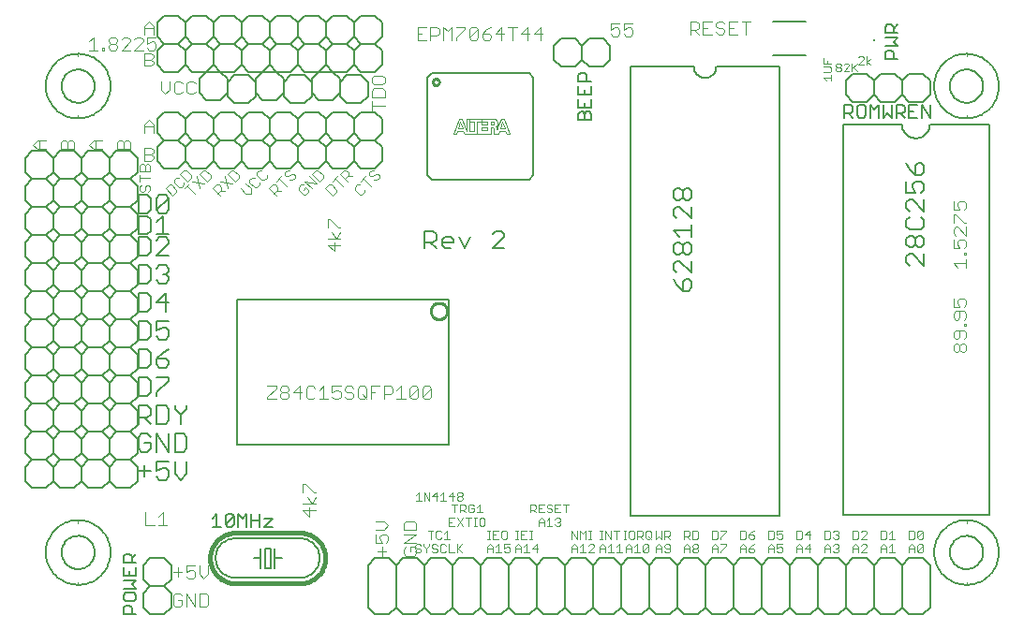
<source format=gto>
G75*
%MOIN*%
%OFA0B0*%
%FSLAX24Y24*%
%IPPOS*%
%LPD*%
%AMOC8*
5,1,8,0,0,1.08239X$1,22.5*
%
%ADD10C,0.0040*%
%ADD11C,0.0030*%
%ADD12C,0.0060*%
%ADD13C,0.0050*%
%ADD14R,0.0098X0.0098*%
%ADD15C,0.0020*%
%ADD16C,0.0080*%
%ADD17C,0.0100*%
%ADD18C,0.0070*%
%ADD19C,0.0160*%
D10*
X006083Y001722D02*
X006159Y001645D01*
X006313Y001645D01*
X006389Y001722D01*
X006389Y001875D01*
X006236Y001875D01*
X006083Y001722D02*
X006083Y002029D01*
X006159Y002105D01*
X006313Y002105D01*
X006389Y002029D01*
X006543Y002105D02*
X006850Y001645D01*
X006850Y002105D01*
X007003Y002105D02*
X007233Y002105D01*
X007310Y002029D01*
X007310Y001722D01*
X007233Y001645D01*
X007003Y001645D01*
X007003Y002105D01*
X006543Y002105D02*
X006543Y001645D01*
X006620Y002645D02*
X006543Y002722D01*
X006620Y002645D02*
X006773Y002645D01*
X006850Y002722D01*
X006850Y002875D01*
X006773Y002952D01*
X006696Y002952D01*
X006543Y002875D01*
X006543Y003105D01*
X006850Y003105D01*
X007003Y003105D02*
X007003Y002798D01*
X007157Y002645D01*
X007310Y002798D01*
X007310Y003105D01*
X006389Y002875D02*
X006083Y002875D01*
X006236Y002722D02*
X006236Y003029D01*
X005862Y004545D02*
X005555Y004545D01*
X005402Y004545D02*
X005095Y004545D01*
X005095Y005005D01*
X005555Y004852D02*
X005709Y005005D01*
X005709Y004545D01*
X010695Y005088D02*
X010925Y004858D01*
X010925Y005164D01*
X011002Y005318D02*
X010848Y005548D01*
X010695Y005702D02*
X010695Y006008D01*
X010771Y006008D01*
X011078Y005702D01*
X011155Y005702D01*
X011155Y005548D02*
X011002Y005318D01*
X011155Y005318D02*
X010695Y005318D01*
X010695Y005088D02*
X011155Y005088D01*
X013270Y004685D02*
X013577Y004685D01*
X013730Y004532D01*
X013577Y004378D01*
X013270Y004378D01*
X013270Y004225D02*
X013270Y003918D01*
X013500Y003918D01*
X013423Y004071D01*
X013423Y004148D01*
X013500Y004225D01*
X013653Y004225D01*
X013730Y004148D01*
X013730Y003995D01*
X013653Y003918D01*
X013500Y003764D02*
X013500Y003458D01*
X013653Y003611D02*
X013346Y003611D01*
X014270Y003688D02*
X014270Y003534D01*
X014346Y003458D01*
X014653Y003458D01*
X014730Y003534D01*
X014730Y003688D01*
X014653Y003764D01*
X014500Y003764D01*
X014500Y003611D01*
X014346Y003764D02*
X014270Y003688D01*
X014270Y003918D02*
X014730Y004225D01*
X014270Y004225D01*
X014270Y004378D02*
X014270Y004608D01*
X014346Y004685D01*
X014653Y004685D01*
X014730Y004608D01*
X014730Y004378D01*
X014270Y004378D01*
X014270Y003918D02*
X014730Y003918D01*
X014720Y009042D02*
X014567Y009042D01*
X014490Y009118D01*
X014797Y009425D01*
X014797Y009118D01*
X014720Y009042D01*
X014490Y009118D02*
X014490Y009425D01*
X014567Y009502D01*
X014720Y009502D01*
X014797Y009425D01*
X014950Y009425D02*
X015027Y009502D01*
X015180Y009502D01*
X015257Y009425D01*
X014950Y009118D01*
X015027Y009042D01*
X015180Y009042D01*
X015257Y009118D01*
X015257Y009425D01*
X014950Y009425D02*
X014950Y009118D01*
X014336Y009042D02*
X014030Y009042D01*
X014183Y009042D02*
X014183Y009502D01*
X014030Y009349D01*
X013876Y009425D02*
X013876Y009272D01*
X013799Y009195D01*
X013569Y009195D01*
X013569Y009042D02*
X013569Y009502D01*
X013799Y009502D01*
X013876Y009425D01*
X013416Y009502D02*
X013109Y009502D01*
X013109Y009042D01*
X012955Y009042D02*
X012802Y009195D01*
X012955Y009118D02*
X012879Y009042D01*
X012725Y009042D01*
X012648Y009118D01*
X012648Y009425D01*
X012725Y009502D01*
X012879Y009502D01*
X012955Y009425D01*
X012955Y009118D01*
X013109Y009272D02*
X013262Y009272D01*
X012495Y009195D02*
X012495Y009118D01*
X012418Y009042D01*
X012265Y009042D01*
X012188Y009118D01*
X012034Y009118D02*
X011958Y009042D01*
X011804Y009042D01*
X011728Y009118D01*
X011728Y009272D02*
X011881Y009349D01*
X011958Y009349D01*
X012034Y009272D01*
X012034Y009118D01*
X012188Y009349D02*
X012265Y009272D01*
X012418Y009272D01*
X012495Y009195D01*
X012495Y009425D02*
X012418Y009502D01*
X012265Y009502D01*
X012188Y009425D01*
X012188Y009349D01*
X012034Y009502D02*
X011728Y009502D01*
X011728Y009272D01*
X011574Y009042D02*
X011267Y009042D01*
X011421Y009042D02*
X011421Y009502D01*
X011267Y009349D01*
X011114Y009425D02*
X011037Y009502D01*
X010884Y009502D01*
X010807Y009425D01*
X010807Y009118D01*
X010884Y009042D01*
X011037Y009042D01*
X011114Y009118D01*
X010653Y009272D02*
X010346Y009272D01*
X010577Y009502D01*
X010577Y009042D01*
X010193Y009118D02*
X010193Y009195D01*
X010116Y009272D01*
X009963Y009272D01*
X009886Y009349D01*
X009886Y009425D01*
X009963Y009502D01*
X010116Y009502D01*
X010193Y009425D01*
X010193Y009349D01*
X010116Y009272D01*
X009963Y009272D02*
X009886Y009195D01*
X009886Y009118D01*
X009963Y009042D01*
X010116Y009042D01*
X010193Y009118D01*
X009733Y009042D02*
X009426Y009042D01*
X009426Y009118D01*
X009733Y009425D01*
X009733Y009502D01*
X009426Y009502D01*
X011800Y014295D02*
X011800Y014602D01*
X011877Y014755D02*
X011723Y014986D01*
X011570Y015139D02*
X011570Y015446D01*
X011646Y015446D01*
X011953Y015139D01*
X012030Y015139D01*
X012030Y014986D02*
X011877Y014755D01*
X012030Y014755D02*
X011570Y014755D01*
X011570Y014525D02*
X011800Y014295D01*
X012030Y014525D02*
X011570Y014525D01*
X005367Y017597D02*
X005290Y017520D01*
X005060Y017520D01*
X005060Y017980D01*
X005290Y017980D01*
X005367Y017904D01*
X005367Y017827D01*
X005290Y017750D01*
X005060Y017750D01*
X005290Y017750D02*
X005367Y017673D01*
X005367Y017597D01*
X004543Y017935D02*
X004543Y018165D01*
X004466Y018242D01*
X004389Y018242D01*
X004312Y018165D01*
X004312Y017935D01*
X004312Y018165D02*
X004236Y018242D01*
X004159Y018242D01*
X004082Y018165D01*
X004082Y017935D01*
X004543Y017935D01*
X005060Y018520D02*
X005060Y018827D01*
X005213Y018980D01*
X005367Y018827D01*
X005367Y018520D01*
X005367Y018750D02*
X005060Y018750D01*
X003543Y018242D02*
X003236Y018242D01*
X003082Y018088D01*
X003236Y017935D01*
X003543Y017935D01*
X003312Y017935D02*
X003312Y018242D01*
X002543Y018165D02*
X002543Y017935D01*
X002082Y017935D01*
X002082Y018165D01*
X002159Y018242D01*
X002236Y018242D01*
X002312Y018165D01*
X002312Y017935D01*
X002312Y018165D02*
X002389Y018242D01*
X002466Y018242D01*
X002543Y018165D01*
X001543Y018242D02*
X001236Y018242D01*
X001082Y018088D01*
X001236Y017935D01*
X001543Y017935D01*
X001312Y017935D02*
X001312Y018242D01*
X005060Y020895D02*
X005290Y020895D01*
X005367Y020972D01*
X005367Y021048D01*
X005290Y021125D01*
X005060Y021125D01*
X005290Y021125D02*
X005367Y021202D01*
X005367Y021279D01*
X005290Y021355D01*
X005060Y021355D01*
X005060Y020895D01*
X005639Y020355D02*
X005639Y020048D01*
X005792Y019895D01*
X005946Y020048D01*
X005946Y020355D01*
X006099Y020279D02*
X006099Y019972D01*
X006176Y019895D01*
X006329Y019895D01*
X006406Y019972D01*
X006560Y019972D02*
X006636Y019895D01*
X006790Y019895D01*
X006867Y019972D01*
X006560Y019972D02*
X006560Y020279D01*
X006636Y020355D01*
X006790Y020355D01*
X006867Y020279D01*
X006406Y020279D02*
X006329Y020355D01*
X006176Y020355D01*
X006099Y020279D01*
X005384Y021458D02*
X005231Y021458D01*
X005154Y021534D01*
X005154Y021688D02*
X005308Y021764D01*
X005384Y021764D01*
X005461Y021688D01*
X005461Y021534D01*
X005384Y021458D01*
X005154Y021688D02*
X005154Y021918D01*
X005461Y021918D01*
X005367Y022020D02*
X005367Y022327D01*
X005213Y022480D01*
X005060Y022327D01*
X005060Y022020D01*
X004924Y021918D02*
X004771Y021918D01*
X004694Y021841D01*
X004540Y021841D02*
X004464Y021918D01*
X004310Y021918D01*
X004233Y021841D01*
X004080Y021841D02*
X004003Y021918D01*
X003850Y021918D01*
X003773Y021841D01*
X003773Y021764D01*
X003850Y021688D01*
X004003Y021688D01*
X004080Y021611D01*
X004080Y021534D01*
X004003Y021458D01*
X003850Y021458D01*
X003773Y021534D01*
X003773Y021611D01*
X003850Y021688D01*
X004003Y021688D02*
X004080Y021764D01*
X004080Y021841D01*
X004233Y021458D02*
X004540Y021764D01*
X004540Y021841D01*
X004540Y021458D02*
X004233Y021458D01*
X004694Y021458D02*
X005001Y021764D01*
X005001Y021841D01*
X004924Y021918D01*
X005060Y022250D02*
X005367Y022250D01*
X005001Y021458D02*
X004694Y021458D01*
X003620Y021458D02*
X003543Y021458D01*
X003543Y021534D01*
X003620Y021534D01*
X003620Y021458D01*
X003389Y021458D02*
X003083Y021458D01*
X003236Y021458D02*
X003236Y021918D01*
X003083Y021764D01*
X013145Y020477D02*
X013145Y020324D01*
X013221Y020247D01*
X013528Y020247D01*
X013605Y020324D01*
X013605Y020477D01*
X013528Y020554D01*
X013221Y020554D01*
X013145Y020477D01*
X013221Y020094D02*
X013145Y020017D01*
X013145Y019787D01*
X013605Y019787D01*
X013605Y020017D01*
X013528Y020094D01*
X013221Y020094D01*
X013145Y019633D02*
X013145Y019326D01*
X013145Y019480D02*
X013605Y019480D01*
X014770Y021823D02*
X015077Y021823D01*
X015230Y021823D02*
X015230Y022284D01*
X015461Y022284D01*
X015537Y022207D01*
X015537Y022053D01*
X015461Y021977D01*
X015230Y021977D01*
X014923Y022053D02*
X014770Y022053D01*
X014770Y021823D02*
X014770Y022284D01*
X015077Y022284D01*
X015691Y022284D02*
X015691Y021823D01*
X015998Y021823D02*
X015998Y022284D01*
X015844Y022130D01*
X015691Y022284D01*
X016151Y022284D02*
X016458Y022284D01*
X016458Y022207D01*
X016151Y021900D01*
X016151Y021823D01*
X016612Y021900D02*
X016918Y022207D01*
X016918Y021900D01*
X016842Y021823D01*
X016688Y021823D01*
X016612Y021900D01*
X016612Y022207D01*
X016688Y022284D01*
X016842Y022284D01*
X016918Y022207D01*
X017072Y022053D02*
X017302Y022053D01*
X017379Y021977D01*
X017379Y021900D01*
X017302Y021823D01*
X017149Y021823D01*
X017072Y021900D01*
X017072Y022053D01*
X017225Y022207D01*
X017379Y022284D01*
X017532Y022053D02*
X017839Y022053D01*
X017763Y021823D02*
X017763Y022284D01*
X017532Y022053D01*
X017993Y022284D02*
X018300Y022284D01*
X018146Y022284D02*
X018146Y021823D01*
X018453Y022053D02*
X018760Y022053D01*
X018914Y022053D02*
X019220Y022053D01*
X019144Y021823D02*
X019144Y022284D01*
X018914Y022053D01*
X018683Y021823D02*
X018683Y022284D01*
X018453Y022053D01*
X021645Y022034D02*
X021722Y021958D01*
X021875Y021958D01*
X021952Y022034D01*
X021952Y022188D01*
X021875Y022264D01*
X021798Y022264D01*
X021645Y022188D01*
X021645Y022418D01*
X021952Y022418D01*
X022105Y022418D02*
X022105Y022188D01*
X022259Y022264D01*
X022336Y022264D01*
X022412Y022188D01*
X022412Y022034D01*
X022336Y021958D01*
X022182Y021958D01*
X022105Y022034D01*
X022105Y022418D02*
X022412Y022418D01*
X024468Y022480D02*
X024468Y022020D01*
X024468Y022173D02*
X024698Y022173D01*
X024775Y022250D01*
X024775Y022404D01*
X024698Y022480D01*
X024468Y022480D01*
X024621Y022173D02*
X024775Y022020D01*
X024928Y022020D02*
X025235Y022020D01*
X025389Y022097D02*
X025466Y022020D01*
X025619Y022020D01*
X025696Y022097D01*
X025696Y022173D01*
X025619Y022250D01*
X025466Y022250D01*
X025389Y022327D01*
X025389Y022404D01*
X025466Y022480D01*
X025619Y022480D01*
X025696Y022404D01*
X025849Y022480D02*
X025849Y022020D01*
X026156Y022020D01*
X026003Y022250D02*
X025849Y022250D01*
X025849Y022480D02*
X026156Y022480D01*
X026310Y022480D02*
X026617Y022480D01*
X026463Y022480D02*
X026463Y022020D01*
X025235Y022480D02*
X024928Y022480D01*
X024928Y022020D01*
X024928Y022250D02*
X025082Y022250D01*
X033832Y016086D02*
X033832Y015779D01*
X034062Y015779D01*
X033986Y015933D01*
X033986Y016009D01*
X034062Y016086D01*
X034216Y016086D01*
X034293Y016009D01*
X034293Y015856D01*
X034216Y015779D01*
X033909Y015626D02*
X034216Y015319D01*
X034293Y015319D01*
X034293Y015165D02*
X034293Y014858D01*
X033986Y015165D01*
X033909Y015165D01*
X033832Y015089D01*
X033832Y014935D01*
X033909Y014858D01*
X033832Y014705D02*
X033832Y014398D01*
X034062Y014398D01*
X033986Y014552D01*
X033986Y014628D01*
X034062Y014705D01*
X034216Y014705D01*
X034293Y014628D01*
X034293Y014475D01*
X034216Y014398D01*
X034216Y014245D02*
X034293Y014245D01*
X034293Y014168D01*
X034216Y014168D01*
X034216Y014245D01*
X034293Y014014D02*
X034293Y013708D01*
X034293Y013861D02*
X033832Y013861D01*
X033986Y013708D01*
X034062Y012626D02*
X034216Y012626D01*
X034293Y012549D01*
X034293Y012396D01*
X034216Y012319D01*
X034216Y012165D02*
X033909Y012165D01*
X033832Y012089D01*
X033832Y011935D01*
X033909Y011858D01*
X033986Y011858D01*
X034062Y011935D01*
X034062Y012165D01*
X034216Y012165D02*
X034293Y012089D01*
X034293Y011935D01*
X034216Y011858D01*
X034216Y011705D02*
X034293Y011705D01*
X034293Y011628D01*
X034216Y011628D01*
X034216Y011705D01*
X034216Y011475D02*
X033909Y011475D01*
X033832Y011398D01*
X033832Y011245D01*
X033909Y011168D01*
X033986Y011168D01*
X034062Y011245D01*
X034062Y011475D01*
X034216Y011475D02*
X034293Y011398D01*
X034293Y011245D01*
X034216Y011168D01*
X034216Y011014D02*
X034139Y011014D01*
X034062Y010938D01*
X034062Y010784D01*
X033986Y010708D01*
X033909Y010708D01*
X033832Y010784D01*
X033832Y010938D01*
X033909Y011014D01*
X033986Y011014D01*
X034062Y010938D01*
X034062Y010784D02*
X034139Y010708D01*
X034216Y010708D01*
X034293Y010784D01*
X034293Y010938D01*
X034216Y011014D01*
X034062Y012319D02*
X033986Y012472D01*
X033986Y012549D01*
X034062Y012626D01*
X033832Y012626D02*
X033832Y012319D01*
X034062Y012319D01*
X033832Y015319D02*
X033832Y015626D01*
X033909Y015626D01*
D11*
X029493Y020381D02*
X029493Y020575D01*
X029493Y020478D02*
X029202Y020478D01*
X029299Y020381D01*
X029202Y020676D02*
X029444Y020676D01*
X029493Y020724D01*
X029493Y020821D01*
X029444Y020869D01*
X029202Y020869D01*
X029202Y020970D02*
X029202Y021164D01*
X029347Y021067D02*
X029347Y020970D01*
X029202Y020970D02*
X029493Y020970D01*
X029640Y020944D02*
X029640Y020896D01*
X029688Y020848D01*
X029785Y020848D01*
X029833Y020799D01*
X029833Y020751D01*
X029785Y020703D01*
X029688Y020703D01*
X029640Y020751D01*
X029640Y020799D01*
X029688Y020848D01*
X029785Y020848D02*
X029833Y020896D01*
X029833Y020944D01*
X029785Y020993D01*
X029688Y020993D01*
X029640Y020944D01*
X029935Y020944D02*
X029983Y020993D01*
X030080Y020993D01*
X030128Y020944D01*
X030128Y020896D01*
X029935Y020703D01*
X030128Y020703D01*
X030229Y020703D02*
X030229Y020993D01*
X030278Y020848D02*
X030423Y020703D01*
X030229Y020799D02*
X030423Y020993D01*
X030453Y020953D02*
X030646Y021146D01*
X030646Y021194D01*
X030598Y021243D01*
X030501Y021243D01*
X030453Y021194D01*
X030453Y020953D02*
X030646Y020953D01*
X030747Y020953D02*
X030747Y021243D01*
X030892Y021146D02*
X030747Y021049D01*
X030892Y020953D01*
X013403Y017009D02*
X013403Y016921D01*
X013316Y016834D01*
X013229Y016834D01*
X013185Y016965D02*
X013272Y017052D01*
X013360Y017052D01*
X013403Y017009D01*
X013185Y016965D02*
X013098Y016965D01*
X013054Y017009D01*
X013054Y017096D01*
X013141Y017183D01*
X013229Y017183D01*
X012925Y016966D02*
X012750Y016792D01*
X012837Y016879D02*
X013099Y016617D01*
X012882Y016488D02*
X012882Y016400D01*
X012795Y016313D01*
X012708Y016313D01*
X012533Y016488D01*
X012533Y016575D01*
X012621Y016662D01*
X012708Y016662D01*
X012272Y016790D02*
X012011Y017052D01*
X012141Y017183D01*
X012229Y017183D01*
X012316Y017096D01*
X012316Y017009D01*
X012185Y016878D01*
X012272Y016965D02*
X012447Y016965D01*
X011925Y016966D02*
X011750Y016792D01*
X011837Y016879D02*
X012099Y016617D01*
X011882Y016488D02*
X011708Y016662D01*
X011621Y016662D01*
X011490Y016531D01*
X011752Y016270D01*
X011882Y016400D01*
X011882Y016488D01*
X011403Y016921D02*
X011403Y017009D01*
X011229Y017183D01*
X011141Y017183D01*
X011011Y017052D01*
X011272Y016790D01*
X011403Y016921D01*
X011187Y016705D02*
X010925Y016966D01*
X010750Y016792D02*
X011187Y016705D01*
X011012Y016530D02*
X010750Y016792D01*
X010708Y016662D02*
X010621Y016662D01*
X010533Y016575D01*
X010533Y016488D01*
X010708Y016313D01*
X010795Y016313D01*
X010882Y016400D01*
X010882Y016488D01*
X010795Y016575D01*
X010708Y016488D01*
X010316Y016834D02*
X010229Y016834D01*
X010316Y016834D02*
X010403Y016921D01*
X010403Y017009D01*
X010360Y017052D01*
X010272Y017052D01*
X010185Y016965D01*
X010098Y016965D01*
X010054Y017009D01*
X010054Y017096D01*
X010141Y017183D01*
X010229Y017183D01*
X009925Y016966D02*
X009750Y016792D01*
X009837Y016879D02*
X010099Y016617D01*
X009926Y016444D02*
X009752Y016444D01*
X009795Y016488D02*
X009664Y016357D01*
X009752Y016270D02*
X009490Y016531D01*
X009621Y016662D01*
X009708Y016662D01*
X009795Y016575D01*
X009795Y016488D01*
X009403Y016921D02*
X009316Y016834D01*
X009229Y016834D01*
X009054Y017009D01*
X009054Y017096D01*
X009141Y017183D01*
X009229Y017183D01*
X009403Y017009D02*
X009403Y016921D01*
X009143Y016748D02*
X009143Y016661D01*
X009056Y016574D01*
X008968Y016574D01*
X008794Y016748D01*
X008794Y016835D01*
X008881Y016923D01*
X008968Y016923D01*
X008664Y016706D02*
X008839Y016531D01*
X008839Y016357D01*
X008664Y016357D01*
X008490Y016531D01*
X008272Y016790D02*
X008403Y016921D01*
X008403Y017009D01*
X008229Y017183D01*
X008141Y017183D01*
X008011Y017052D01*
X008272Y016790D01*
X008187Y016705D02*
X007750Y016792D01*
X007708Y016662D02*
X007795Y016575D01*
X007795Y016488D01*
X007664Y016357D01*
X007752Y016444D02*
X007926Y016444D01*
X008012Y016530D02*
X007925Y016966D01*
X007708Y016662D02*
X007621Y016662D01*
X007490Y016531D01*
X007752Y016270D01*
X007272Y016790D02*
X007403Y016921D01*
X007403Y017009D01*
X007229Y017183D01*
X007141Y017183D01*
X007011Y017052D01*
X007272Y016790D01*
X007187Y016705D02*
X006750Y016792D01*
X006664Y016706D02*
X006490Y016531D01*
X006577Y016619D02*
X006839Y016357D01*
X007012Y016530D02*
X006925Y016966D01*
X006716Y017009D02*
X006541Y017183D01*
X006454Y017183D01*
X006323Y017052D01*
X006585Y016790D01*
X006716Y016921D01*
X006716Y017009D01*
X006455Y016748D02*
X006455Y016661D01*
X006368Y016574D01*
X006281Y016574D01*
X006106Y016748D01*
X006106Y016835D01*
X006194Y016923D01*
X006281Y016923D01*
X006020Y016662D02*
X005933Y016662D01*
X005802Y016531D01*
X006064Y016270D01*
X006195Y016400D01*
X006195Y016488D01*
X006020Y016662D01*
X005260Y016595D02*
X005260Y016472D01*
X005198Y016410D01*
X005075Y016472D02*
X005075Y016595D01*
X005137Y016657D01*
X005198Y016657D01*
X005260Y016595D01*
X005075Y016472D02*
X005013Y016410D01*
X004951Y016410D01*
X004890Y016472D01*
X004890Y016595D01*
X004951Y016657D01*
X004890Y016778D02*
X004890Y017025D01*
X004890Y017147D02*
X004890Y017332D01*
X004951Y017394D01*
X005013Y017394D01*
X005075Y017332D01*
X005075Y017147D01*
X005075Y017332D02*
X005137Y017394D01*
X005198Y017394D01*
X005260Y017332D01*
X005260Y017147D01*
X004890Y017147D01*
X004890Y016902D02*
X005260Y016902D01*
X014804Y005712D02*
X014804Y005422D01*
X014900Y005422D02*
X014707Y005422D01*
X014707Y005615D02*
X014804Y005712D01*
X015002Y005712D02*
X015195Y005422D01*
X015195Y005712D01*
X015296Y005567D02*
X015490Y005567D01*
X015591Y005615D02*
X015688Y005712D01*
X015688Y005422D01*
X015784Y005422D02*
X015591Y005422D01*
X015441Y005422D02*
X015441Y005712D01*
X015296Y005567D01*
X015002Y005422D02*
X015002Y005712D01*
X015886Y005567D02*
X016079Y005567D01*
X016180Y005519D02*
X016229Y005567D01*
X016325Y005567D01*
X016374Y005519D01*
X016374Y005470D01*
X016325Y005422D01*
X016229Y005422D01*
X016180Y005470D01*
X016180Y005519D01*
X016229Y005567D02*
X016180Y005615D01*
X016180Y005664D01*
X016229Y005712D01*
X016325Y005712D01*
X016374Y005664D01*
X016374Y005615D01*
X016325Y005567D01*
X016283Y005285D02*
X016428Y005285D01*
X016476Y005237D01*
X016476Y005140D01*
X016428Y005092D01*
X016283Y005092D01*
X016380Y005092D02*
X016476Y004995D01*
X016578Y005043D02*
X016626Y004995D01*
X016723Y004995D01*
X016771Y005043D01*
X016771Y005140D01*
X016674Y005140D01*
X016578Y005237D02*
X016578Y005043D01*
X016578Y005237D02*
X016626Y005285D01*
X016723Y005285D01*
X016771Y005237D01*
X016872Y005188D02*
X016969Y005285D01*
X016969Y004995D01*
X016872Y004995D02*
X017066Y004995D01*
X017019Y004805D02*
X016970Y004757D01*
X016970Y004563D01*
X017019Y004515D01*
X017115Y004515D01*
X017164Y004563D01*
X017164Y004757D01*
X017115Y004805D01*
X017019Y004805D01*
X016871Y004805D02*
X016774Y004805D01*
X016822Y004805D02*
X016822Y004515D01*
X016774Y004515D02*
X016871Y004515D01*
X016576Y004515D02*
X016576Y004805D01*
X016479Y004805D02*
X016673Y004805D01*
X016378Y004805D02*
X016185Y004515D01*
X016083Y004515D02*
X015890Y004515D01*
X015890Y004805D01*
X016083Y004805D01*
X016185Y004805D02*
X016378Y004515D01*
X015987Y004660D02*
X015890Y004660D01*
X015822Y004348D02*
X015822Y004058D01*
X015918Y004058D02*
X015725Y004058D01*
X015624Y004106D02*
X015575Y004058D01*
X015479Y004058D01*
X015430Y004106D01*
X015430Y004299D01*
X015479Y004348D01*
X015575Y004348D01*
X015624Y004299D01*
X015725Y004251D02*
X015822Y004348D01*
X015329Y004348D02*
X015136Y004348D01*
X015232Y004348D02*
X015232Y004058D01*
X015182Y003868D02*
X015182Y003819D01*
X015085Y003723D01*
X015085Y003578D01*
X015085Y003723D02*
X014988Y003819D01*
X014988Y003868D01*
X014887Y003819D02*
X014839Y003868D01*
X014742Y003868D01*
X014694Y003819D01*
X014694Y003771D01*
X014742Y003723D01*
X014839Y003723D01*
X014887Y003674D01*
X014887Y003626D01*
X014839Y003578D01*
X014742Y003578D01*
X014694Y003626D01*
X015283Y003626D02*
X015331Y003578D01*
X015428Y003578D01*
X015476Y003626D01*
X015476Y003674D01*
X015428Y003723D01*
X015331Y003723D01*
X015283Y003771D01*
X015283Y003819D01*
X015331Y003868D01*
X015428Y003868D01*
X015476Y003819D01*
X015578Y003819D02*
X015578Y003626D01*
X015626Y003578D01*
X015723Y003578D01*
X015771Y003626D01*
X015872Y003578D02*
X016066Y003578D01*
X016167Y003578D02*
X016167Y003868D01*
X016215Y003723D02*
X016360Y003578D01*
X016167Y003674D02*
X016360Y003868D01*
X015872Y003868D02*
X015872Y003578D01*
X015771Y003819D02*
X015723Y003868D01*
X015626Y003868D01*
X015578Y003819D01*
X016085Y004995D02*
X016085Y005285D01*
X015988Y005285D02*
X016182Y005285D01*
X016283Y005285D02*
X016283Y004995D01*
X016031Y005422D02*
X016031Y005712D01*
X015886Y005567D01*
X017265Y004348D02*
X017362Y004348D01*
X017313Y004348D02*
X017313Y004058D01*
X017265Y004058D02*
X017362Y004058D01*
X017461Y004058D02*
X017461Y004348D01*
X017655Y004348D01*
X017756Y004299D02*
X017756Y004106D01*
X017804Y004058D01*
X017901Y004058D01*
X017950Y004106D01*
X017950Y004299D01*
X017901Y004348D01*
X017804Y004348D01*
X017756Y004299D01*
X017558Y004203D02*
X017461Y004203D01*
X017461Y004058D02*
X017655Y004058D01*
X017656Y003868D02*
X017656Y003578D01*
X017560Y003578D02*
X017753Y003578D01*
X017854Y003626D02*
X017903Y003578D01*
X017999Y003578D01*
X018048Y003626D01*
X018048Y003723D01*
X017999Y003771D01*
X017951Y003771D01*
X017854Y003723D01*
X017854Y003868D01*
X018048Y003868D01*
X018265Y003771D02*
X018265Y003578D01*
X018265Y003723D02*
X018458Y003723D01*
X018458Y003771D02*
X018458Y003578D01*
X018560Y003578D02*
X018753Y003578D01*
X018656Y003578D02*
X018656Y003868D01*
X018560Y003771D01*
X018458Y003771D02*
X018362Y003868D01*
X018265Y003771D01*
X018265Y004058D02*
X018362Y004058D01*
X018313Y004058D02*
X018313Y004348D01*
X018265Y004348D02*
X018362Y004348D01*
X018461Y004348D02*
X018461Y004058D01*
X018655Y004058D01*
X018756Y004058D02*
X018853Y004058D01*
X018804Y004058D02*
X018804Y004348D01*
X018756Y004348D02*
X018853Y004348D01*
X018655Y004348D02*
X018461Y004348D01*
X018461Y004203D02*
X018558Y004203D01*
X018999Y003868D02*
X018854Y003723D01*
X019048Y003723D01*
X018999Y003578D02*
X018999Y003868D01*
X019073Y004515D02*
X019073Y004708D01*
X019170Y004805D01*
X019267Y004708D01*
X019267Y004515D01*
X019368Y004515D02*
X019561Y004515D01*
X019464Y004515D02*
X019464Y004805D01*
X019368Y004708D01*
X019267Y004660D02*
X019073Y004660D01*
X019662Y004563D02*
X019711Y004515D01*
X019807Y004515D01*
X019856Y004563D01*
X019856Y004612D01*
X019807Y004660D01*
X019759Y004660D01*
X019807Y004660D02*
X019856Y004708D01*
X019856Y004757D01*
X019807Y004805D01*
X019711Y004805D01*
X019662Y004757D01*
X019662Y004995D02*
X019856Y004995D01*
X019759Y005140D02*
X019662Y005140D01*
X019561Y005092D02*
X019561Y005043D01*
X019513Y004995D01*
X019416Y004995D01*
X019368Y005043D01*
X019416Y005140D02*
X019513Y005140D01*
X019561Y005092D01*
X019662Y004995D02*
X019662Y005285D01*
X019856Y005285D01*
X019957Y005285D02*
X020150Y005285D01*
X020054Y005285D02*
X020054Y004995D01*
X019561Y005237D02*
X019513Y005285D01*
X019416Y005285D01*
X019368Y005237D01*
X019368Y005188D01*
X019416Y005140D01*
X019267Y004995D02*
X019073Y004995D01*
X019073Y005285D01*
X019267Y005285D01*
X019170Y005140D02*
X019073Y005140D01*
X018972Y005140D02*
X018923Y005092D01*
X018778Y005092D01*
X018778Y004995D02*
X018778Y005285D01*
X018923Y005285D01*
X018972Y005237D01*
X018972Y005140D01*
X018875Y005092D02*
X018972Y004995D01*
X020265Y004348D02*
X020458Y004058D01*
X020458Y004348D01*
X020560Y004348D02*
X020656Y004251D01*
X020753Y004348D01*
X020753Y004058D01*
X020854Y004058D02*
X020951Y004058D01*
X020903Y004058D02*
X020903Y004348D01*
X020951Y004348D02*
X020854Y004348D01*
X020560Y004348D02*
X020560Y004058D01*
X020656Y003868D02*
X020656Y003578D01*
X020560Y003578D02*
X020753Y003578D01*
X020854Y003578D02*
X021048Y003771D01*
X021048Y003819D01*
X020999Y003868D01*
X020903Y003868D01*
X020854Y003819D01*
X020656Y003868D02*
X020560Y003771D01*
X020458Y003771D02*
X020458Y003578D01*
X020458Y003723D02*
X020265Y003723D01*
X020265Y003771D02*
X020265Y003578D01*
X020265Y003771D02*
X020362Y003868D01*
X020458Y003771D01*
X020265Y004058D02*
X020265Y004348D01*
X020854Y003578D02*
X021048Y003578D01*
X021265Y003578D02*
X021265Y003771D01*
X021362Y003868D01*
X021458Y003771D01*
X021458Y003578D01*
X021560Y003578D02*
X021753Y003578D01*
X021656Y003578D02*
X021656Y003868D01*
X021560Y003771D01*
X021458Y003723D02*
X021265Y003723D01*
X021854Y003771D02*
X021951Y003868D01*
X021951Y003578D01*
X021854Y003578D02*
X022048Y003578D01*
X022198Y003578D02*
X022198Y003771D01*
X022295Y003868D01*
X022392Y003771D01*
X022392Y003578D01*
X022493Y003578D02*
X022686Y003578D01*
X022589Y003578D02*
X022589Y003868D01*
X022493Y003771D01*
X022392Y003723D02*
X022198Y003723D01*
X022197Y004058D02*
X022100Y004058D01*
X022148Y004058D02*
X022148Y004348D01*
X022100Y004348D02*
X022197Y004348D01*
X022296Y004299D02*
X022296Y004106D01*
X022345Y004058D01*
X022441Y004058D01*
X022490Y004106D01*
X022490Y004299D01*
X022441Y004348D01*
X022345Y004348D01*
X022296Y004299D01*
X022591Y004348D02*
X022736Y004348D01*
X022784Y004299D01*
X022784Y004203D01*
X022736Y004154D01*
X022591Y004154D01*
X022591Y004058D02*
X022591Y004348D01*
X022688Y004154D02*
X022784Y004058D01*
X022886Y004106D02*
X022934Y004058D01*
X023031Y004058D01*
X023079Y004106D01*
X023079Y004299D01*
X023031Y004348D01*
X022934Y004348D01*
X022886Y004299D01*
X022886Y004106D01*
X022982Y004154D02*
X023079Y004058D01*
X023265Y004058D02*
X023362Y004154D01*
X023458Y004058D01*
X023458Y004348D01*
X023560Y004348D02*
X023705Y004348D01*
X023753Y004299D01*
X023753Y004203D01*
X023705Y004154D01*
X023560Y004154D01*
X023656Y004154D02*
X023753Y004058D01*
X023560Y004058D02*
X023560Y004348D01*
X023265Y004348D02*
X023265Y004058D01*
X023362Y003868D02*
X023458Y003771D01*
X023458Y003578D01*
X023560Y003626D02*
X023608Y003578D01*
X023705Y003578D01*
X023753Y003626D01*
X023753Y003819D01*
X023705Y003868D01*
X023608Y003868D01*
X023560Y003819D01*
X023560Y003771D01*
X023608Y003723D01*
X023753Y003723D01*
X023458Y003723D02*
X023265Y003723D01*
X023265Y003771D02*
X023265Y003578D01*
X023265Y003771D02*
X023362Y003868D01*
X022981Y003819D02*
X022787Y003626D01*
X022836Y003578D01*
X022932Y003578D01*
X022981Y003626D01*
X022981Y003819D01*
X022932Y003868D01*
X022836Y003868D01*
X022787Y003819D01*
X022787Y003626D01*
X021853Y004058D02*
X021853Y004348D01*
X021756Y004348D02*
X021950Y004348D01*
X021655Y004348D02*
X021655Y004058D01*
X021461Y004348D01*
X021461Y004058D01*
X021362Y004058D02*
X021265Y004058D01*
X021313Y004058D02*
X021313Y004348D01*
X021265Y004348D02*
X021362Y004348D01*
X024265Y004348D02*
X024265Y004058D01*
X024265Y004154D02*
X024410Y004154D01*
X024458Y004203D01*
X024458Y004299D01*
X024410Y004348D01*
X024265Y004348D01*
X024362Y004154D02*
X024458Y004058D01*
X024560Y004058D02*
X024560Y004348D01*
X024705Y004348D01*
X024753Y004299D01*
X024753Y004106D01*
X024705Y004058D01*
X024560Y004058D01*
X024608Y003868D02*
X024705Y003868D01*
X024753Y003819D01*
X024753Y003771D01*
X024705Y003723D01*
X024608Y003723D01*
X024560Y003771D01*
X024560Y003819D01*
X024608Y003868D01*
X024608Y003723D02*
X024560Y003674D01*
X024560Y003626D01*
X024608Y003578D01*
X024705Y003578D01*
X024753Y003626D01*
X024753Y003674D01*
X024705Y003723D01*
X024458Y003723D02*
X024265Y003723D01*
X024265Y003771D02*
X024265Y003578D01*
X024265Y003771D02*
X024362Y003868D01*
X024458Y003771D01*
X024458Y003578D01*
X025265Y003578D02*
X025265Y003771D01*
X025362Y003868D01*
X025458Y003771D01*
X025458Y003578D01*
X025560Y003578D02*
X025560Y003626D01*
X025753Y003819D01*
X025753Y003868D01*
X025560Y003868D01*
X025458Y003723D02*
X025265Y003723D01*
X025265Y004058D02*
X025410Y004058D01*
X025458Y004106D01*
X025458Y004299D01*
X025410Y004348D01*
X025265Y004348D01*
X025265Y004058D01*
X025560Y004058D02*
X025560Y004106D01*
X025753Y004299D01*
X025753Y004348D01*
X025560Y004348D01*
X026265Y004348D02*
X026265Y004058D01*
X026410Y004058D01*
X026458Y004106D01*
X026458Y004299D01*
X026410Y004348D01*
X026265Y004348D01*
X026560Y004203D02*
X026705Y004203D01*
X026753Y004154D01*
X026753Y004106D01*
X026705Y004058D01*
X026608Y004058D01*
X026560Y004106D01*
X026560Y004203D01*
X026656Y004299D01*
X026753Y004348D01*
X027265Y004348D02*
X027265Y004058D01*
X027410Y004058D01*
X027458Y004106D01*
X027458Y004299D01*
X027410Y004348D01*
X027265Y004348D01*
X027560Y004348D02*
X027560Y004203D01*
X027656Y004251D01*
X027705Y004251D01*
X027753Y004203D01*
X027753Y004106D01*
X027705Y004058D01*
X027608Y004058D01*
X027560Y004106D01*
X027560Y003868D02*
X027560Y003723D01*
X027656Y003771D01*
X027705Y003771D01*
X027753Y003723D01*
X027753Y003626D01*
X027705Y003578D01*
X027608Y003578D01*
X027560Y003626D01*
X027458Y003578D02*
X027458Y003771D01*
X027362Y003868D01*
X027265Y003771D01*
X027265Y003578D01*
X027265Y003723D02*
X027458Y003723D01*
X027560Y003868D02*
X027753Y003868D01*
X027753Y004348D02*
X027560Y004348D01*
X028265Y004348D02*
X028265Y004058D01*
X028410Y004058D01*
X028458Y004106D01*
X028458Y004299D01*
X028410Y004348D01*
X028265Y004348D01*
X028560Y004203D02*
X028753Y004203D01*
X028705Y004058D02*
X028705Y004348D01*
X028560Y004203D01*
X028705Y003868D02*
X028560Y003723D01*
X028753Y003723D01*
X028705Y003578D02*
X028705Y003868D01*
X028458Y003771D02*
X028458Y003578D01*
X028458Y003723D02*
X028265Y003723D01*
X028265Y003771D02*
X028265Y003578D01*
X028265Y003771D02*
X028362Y003868D01*
X028458Y003771D01*
X029265Y003771D02*
X029265Y003578D01*
X029265Y003723D02*
X029458Y003723D01*
X029458Y003771D02*
X029458Y003578D01*
X029560Y003626D02*
X029608Y003578D01*
X029705Y003578D01*
X029753Y003626D01*
X029753Y003674D01*
X029705Y003723D01*
X029656Y003723D01*
X029705Y003723D02*
X029753Y003771D01*
X029753Y003819D01*
X029705Y003868D01*
X029608Y003868D01*
X029560Y003819D01*
X029458Y003771D02*
X029362Y003868D01*
X029265Y003771D01*
X029265Y004058D02*
X029410Y004058D01*
X029458Y004106D01*
X029458Y004299D01*
X029410Y004348D01*
X029265Y004348D01*
X029265Y004058D01*
X029560Y004106D02*
X029608Y004058D01*
X029705Y004058D01*
X029753Y004106D01*
X029753Y004154D01*
X029705Y004203D01*
X029656Y004203D01*
X029705Y004203D02*
X029753Y004251D01*
X029753Y004299D01*
X029705Y004348D01*
X029608Y004348D01*
X029560Y004299D01*
X030265Y004348D02*
X030265Y004058D01*
X030410Y004058D01*
X030458Y004106D01*
X030458Y004299D01*
X030410Y004348D01*
X030265Y004348D01*
X030560Y004299D02*
X030608Y004348D01*
X030705Y004348D01*
X030753Y004299D01*
X030753Y004251D01*
X030560Y004058D01*
X030753Y004058D01*
X030705Y003868D02*
X030608Y003868D01*
X030560Y003819D01*
X030458Y003771D02*
X030458Y003578D01*
X030560Y003578D02*
X030753Y003771D01*
X030753Y003819D01*
X030705Y003868D01*
X030458Y003771D02*
X030362Y003868D01*
X030265Y003771D01*
X030265Y003578D01*
X030265Y003723D02*
X030458Y003723D01*
X030560Y003578D02*
X030753Y003578D01*
X031265Y003578D02*
X031265Y003771D01*
X031362Y003868D01*
X031458Y003771D01*
X031458Y003578D01*
X031560Y003578D02*
X031753Y003578D01*
X031656Y003578D02*
X031656Y003868D01*
X031560Y003771D01*
X031458Y003723D02*
X031265Y003723D01*
X031265Y004058D02*
X031410Y004058D01*
X031458Y004106D01*
X031458Y004299D01*
X031410Y004348D01*
X031265Y004348D01*
X031265Y004058D01*
X031560Y004058D02*
X031753Y004058D01*
X031656Y004058D02*
X031656Y004348D01*
X031560Y004251D01*
X032265Y004348D02*
X032265Y004058D01*
X032410Y004058D01*
X032458Y004106D01*
X032458Y004299D01*
X032410Y004348D01*
X032265Y004348D01*
X032560Y004299D02*
X032560Y004106D01*
X032753Y004299D01*
X032753Y004106D01*
X032705Y004058D01*
X032608Y004058D01*
X032560Y004106D01*
X032560Y004299D02*
X032608Y004348D01*
X032705Y004348D01*
X032753Y004299D01*
X032705Y003868D02*
X032608Y003868D01*
X032560Y003819D01*
X032560Y003626D01*
X032753Y003819D01*
X032753Y003626D01*
X032705Y003578D01*
X032608Y003578D01*
X032560Y003626D01*
X032458Y003578D02*
X032458Y003771D01*
X032362Y003868D01*
X032265Y003771D01*
X032265Y003578D01*
X032265Y003723D02*
X032458Y003723D01*
X032705Y003868D02*
X032753Y003819D01*
X026753Y003868D02*
X026656Y003819D01*
X026560Y003723D01*
X026705Y003723D01*
X026753Y003674D01*
X026753Y003626D01*
X026705Y003578D01*
X026608Y003578D01*
X026560Y003626D01*
X026560Y003723D01*
X026458Y003723D02*
X026265Y003723D01*
X026265Y003771D02*
X026265Y003578D01*
X026265Y003771D02*
X026362Y003868D01*
X026458Y003771D01*
X026458Y003578D01*
X017656Y003868D02*
X017560Y003771D01*
X017458Y003771D02*
X017458Y003578D01*
X017458Y003723D02*
X017265Y003723D01*
X017265Y003771D02*
X017265Y003578D01*
X017265Y003771D02*
X017362Y003868D01*
X017458Y003771D01*
D12*
X017250Y003375D02*
X017750Y003375D01*
X018000Y003125D01*
X018000Y001625D01*
X017750Y001375D01*
X017250Y001375D01*
X017000Y001625D01*
X017000Y003125D01*
X017250Y003375D01*
X017000Y003125D02*
X016750Y003375D01*
X016250Y003375D01*
X016000Y003125D01*
X016000Y001625D01*
X015750Y001375D01*
X015250Y001375D01*
X015000Y001625D01*
X015000Y003125D01*
X015250Y003375D01*
X015750Y003375D01*
X016000Y003125D01*
X015000Y003125D02*
X014750Y003375D01*
X014250Y003375D01*
X014000Y003125D01*
X013750Y003375D01*
X013250Y003375D01*
X013000Y003125D01*
X013000Y001625D01*
X013250Y001375D01*
X013750Y001375D01*
X014000Y001625D01*
X014000Y003125D01*
X014000Y001625D02*
X014250Y001375D01*
X014750Y001375D01*
X015000Y001625D01*
X016000Y001625D02*
X016250Y001375D01*
X016750Y001375D01*
X017000Y001625D01*
X018000Y001625D02*
X018250Y001375D01*
X018750Y001375D01*
X019000Y001625D01*
X019000Y003125D01*
X019250Y003375D01*
X019750Y003375D01*
X020000Y003125D01*
X020000Y001625D01*
X019750Y001375D01*
X019250Y001375D01*
X019000Y001625D01*
X020000Y001625D02*
X020250Y001375D01*
X020750Y001375D01*
X021000Y001625D01*
X021000Y003125D01*
X021250Y003375D01*
X021750Y003375D01*
X022000Y003125D01*
X022000Y001625D01*
X021750Y001375D01*
X021250Y001375D01*
X021000Y001625D01*
X022000Y001625D02*
X022250Y001375D01*
X022750Y001375D01*
X023000Y001625D01*
X023000Y003125D01*
X023250Y003375D01*
X023750Y003375D01*
X024000Y003125D01*
X024000Y001625D01*
X023750Y001375D01*
X023250Y001375D01*
X023000Y001625D01*
X024000Y001625D02*
X024250Y001375D01*
X024750Y001375D01*
X025000Y001625D01*
X025000Y003125D01*
X025250Y003375D01*
X025750Y003375D01*
X026000Y003125D01*
X026000Y001625D01*
X025750Y001375D01*
X025250Y001375D01*
X025000Y001625D01*
X026000Y001625D02*
X026250Y001375D01*
X026750Y001375D01*
X027000Y001625D01*
X027000Y003125D01*
X026750Y003375D01*
X026250Y003375D01*
X026000Y003125D01*
X027000Y003125D02*
X027250Y003375D01*
X027750Y003375D01*
X028000Y003125D01*
X028000Y001625D01*
X027750Y001375D01*
X027250Y001375D01*
X027000Y001625D01*
X028000Y001625D02*
X028250Y001375D01*
X028750Y001375D01*
X029000Y001625D01*
X029000Y003125D01*
X028750Y003375D01*
X028250Y003375D01*
X028000Y003125D01*
X029000Y003125D02*
X029250Y003375D01*
X029750Y003375D01*
X030000Y003125D01*
X030000Y001625D01*
X029750Y001375D01*
X029250Y001375D01*
X029000Y001625D01*
X030000Y001625D02*
X030250Y001375D01*
X030750Y001375D01*
X031000Y001625D01*
X031000Y003125D01*
X030750Y003375D01*
X030250Y003375D01*
X030000Y003125D01*
X031000Y003125D02*
X031250Y003375D01*
X031750Y003375D01*
X032000Y003125D01*
X032000Y001625D01*
X031750Y001375D01*
X031250Y001375D01*
X031000Y001625D01*
X032000Y001625D02*
X032250Y001375D01*
X032750Y001375D01*
X033000Y001625D01*
X033000Y003125D01*
X032750Y003375D01*
X032250Y003375D01*
X032000Y003125D01*
X033153Y003572D02*
X033155Y003639D01*
X033161Y003707D01*
X033171Y003774D01*
X033185Y003840D01*
X033202Y003905D01*
X033224Y003969D01*
X033249Y004032D01*
X033278Y004093D01*
X033310Y004152D01*
X033346Y004209D01*
X033385Y004264D01*
X033427Y004317D01*
X033472Y004367D01*
X033520Y004414D01*
X033571Y004459D01*
X033624Y004500D01*
X033680Y004539D01*
X033738Y004574D01*
X033798Y004605D01*
X033859Y004633D01*
X033922Y004657D01*
X033986Y004678D01*
X034052Y004694D01*
X034118Y004707D01*
X034185Y004716D01*
X034252Y004721D01*
X034320Y004722D01*
X034387Y004719D01*
X034454Y004712D01*
X034521Y004701D01*
X034587Y004686D01*
X034652Y004668D01*
X034716Y004645D01*
X034778Y004619D01*
X034839Y004590D01*
X034897Y004556D01*
X034954Y004520D01*
X035009Y004480D01*
X035061Y004437D01*
X035110Y004391D01*
X035157Y004342D01*
X035201Y004291D01*
X035241Y004237D01*
X035279Y004181D01*
X035313Y004122D01*
X035343Y004062D01*
X035370Y004000D01*
X035394Y003937D01*
X035413Y003872D01*
X035429Y003807D01*
X035441Y003740D01*
X035449Y003673D01*
X035453Y003606D01*
X035453Y003538D01*
X035449Y003471D01*
X035441Y003404D01*
X035429Y003337D01*
X035413Y003272D01*
X035394Y003207D01*
X035370Y003144D01*
X035343Y003082D01*
X035313Y003022D01*
X035279Y002963D01*
X035241Y002907D01*
X035201Y002853D01*
X035157Y002802D01*
X035110Y002753D01*
X035061Y002707D01*
X035009Y002664D01*
X034954Y002624D01*
X034897Y002588D01*
X034839Y002554D01*
X034778Y002525D01*
X034716Y002499D01*
X034652Y002476D01*
X034587Y002458D01*
X034521Y002443D01*
X034454Y002432D01*
X034387Y002425D01*
X034320Y002422D01*
X034252Y002423D01*
X034185Y002428D01*
X034118Y002437D01*
X034052Y002450D01*
X033986Y002466D01*
X033922Y002487D01*
X033859Y002511D01*
X033798Y002539D01*
X033738Y002570D01*
X033680Y002605D01*
X033624Y002644D01*
X033571Y002685D01*
X033520Y002730D01*
X033472Y002777D01*
X033427Y002827D01*
X033385Y002880D01*
X033346Y002935D01*
X033310Y002992D01*
X033278Y003051D01*
X033249Y003112D01*
X033224Y003175D01*
X033202Y003239D01*
X033185Y003304D01*
X033171Y003370D01*
X033161Y003437D01*
X033155Y003505D01*
X033153Y003572D01*
X035100Y004925D02*
X035100Y018825D01*
X033000Y018825D01*
X032998Y018781D01*
X032992Y018738D01*
X032983Y018696D01*
X032970Y018654D01*
X032953Y018614D01*
X032933Y018575D01*
X032910Y018538D01*
X032883Y018504D01*
X032854Y018471D01*
X032821Y018442D01*
X032787Y018415D01*
X032750Y018392D01*
X032711Y018372D01*
X032671Y018355D01*
X032629Y018342D01*
X032587Y018333D01*
X032544Y018327D01*
X032500Y018325D01*
X032456Y018327D01*
X032413Y018333D01*
X032371Y018342D01*
X032329Y018355D01*
X032289Y018372D01*
X032250Y018392D01*
X032213Y018415D01*
X032179Y018442D01*
X032146Y018471D01*
X032117Y018504D01*
X032090Y018538D01*
X032067Y018575D01*
X032047Y018614D01*
X032030Y018654D01*
X032017Y018696D01*
X032008Y018738D01*
X032002Y018781D01*
X032000Y018825D01*
X029900Y018825D01*
X029900Y004925D01*
X035100Y004925D01*
X027650Y004875D02*
X022350Y004875D01*
X022350Y020875D01*
X024600Y020875D01*
X024602Y020836D01*
X024608Y020797D01*
X024617Y020759D01*
X024630Y020722D01*
X024647Y020686D01*
X024667Y020653D01*
X024691Y020621D01*
X024717Y020592D01*
X024746Y020566D01*
X024778Y020542D01*
X024811Y020522D01*
X024847Y020505D01*
X024884Y020492D01*
X024922Y020483D01*
X024961Y020477D01*
X025000Y020475D01*
X025039Y020477D01*
X025078Y020483D01*
X025116Y020492D01*
X025153Y020505D01*
X025189Y020522D01*
X025222Y020542D01*
X025254Y020566D01*
X025283Y020592D01*
X025309Y020621D01*
X025333Y020653D01*
X025353Y020686D01*
X025370Y020722D01*
X025383Y020759D01*
X025392Y020797D01*
X025398Y020836D01*
X025400Y020875D01*
X027650Y020875D01*
X027650Y004875D01*
X025000Y003125D02*
X024750Y003375D01*
X024250Y003375D01*
X024000Y003125D01*
X023000Y003125D02*
X022750Y003375D01*
X022250Y003375D01*
X022000Y003125D01*
X021000Y003125D02*
X020750Y003375D01*
X020250Y003375D01*
X020000Y003125D01*
X019000Y003125D02*
X018750Y003375D01*
X018250Y003375D01*
X018000Y003125D01*
X010588Y002675D02*
X010639Y002677D01*
X010690Y002682D01*
X010740Y002692D01*
X010790Y002705D01*
X010838Y002721D01*
X010885Y002741D01*
X010931Y002765D01*
X010974Y002791D01*
X011016Y002821D01*
X011055Y002854D01*
X011092Y002889D01*
X011126Y002927D01*
X011157Y002968D01*
X011186Y003010D01*
X011211Y003055D01*
X011232Y003101D01*
X011251Y003149D01*
X011265Y003198D01*
X011276Y003248D01*
X011284Y003298D01*
X011288Y003349D01*
X011288Y003401D01*
X011284Y003452D01*
X011276Y003502D01*
X011265Y003552D01*
X011251Y003601D01*
X011232Y003649D01*
X011211Y003695D01*
X011186Y003740D01*
X011157Y003782D01*
X011126Y003823D01*
X011092Y003861D01*
X011055Y003896D01*
X011016Y003929D01*
X010974Y003959D01*
X010931Y003985D01*
X010885Y004009D01*
X010838Y004029D01*
X010790Y004045D01*
X010740Y004058D01*
X010690Y004068D01*
X010639Y004073D01*
X010588Y004075D01*
X008288Y004075D01*
X009188Y003725D02*
X009188Y003375D01*
X008938Y003375D01*
X009188Y003375D02*
X009188Y003025D01*
X009338Y003025D02*
X009338Y003725D01*
X009538Y003725D01*
X009538Y003025D01*
X009338Y003025D01*
X009688Y003025D02*
X009688Y003375D01*
X009938Y003375D01*
X009688Y003375D02*
X009688Y003725D01*
X010588Y002675D02*
X008288Y002675D01*
X008237Y002677D01*
X008186Y002682D01*
X008136Y002692D01*
X008086Y002705D01*
X008038Y002721D01*
X007991Y002741D01*
X007945Y002765D01*
X007902Y002791D01*
X007860Y002821D01*
X007821Y002854D01*
X007784Y002889D01*
X007750Y002927D01*
X007719Y002968D01*
X007690Y003010D01*
X007665Y003055D01*
X007644Y003101D01*
X007625Y003149D01*
X007611Y003198D01*
X007600Y003248D01*
X007592Y003298D01*
X007588Y003349D01*
X007588Y003401D01*
X007592Y003452D01*
X007600Y003502D01*
X007611Y003552D01*
X007625Y003601D01*
X007644Y003649D01*
X007665Y003695D01*
X007690Y003740D01*
X007719Y003782D01*
X007750Y003823D01*
X007784Y003861D01*
X007821Y003896D01*
X007860Y003929D01*
X007902Y003959D01*
X007945Y003985D01*
X007991Y004009D01*
X008038Y004029D01*
X008086Y004045D01*
X008136Y004058D01*
X008186Y004068D01*
X008237Y004073D01*
X008288Y004075D01*
X006000Y003125D02*
X006000Y002625D01*
X005750Y002375D01*
X006000Y002125D01*
X006000Y001625D01*
X005750Y001375D01*
X005250Y001375D01*
X005000Y001625D01*
X005000Y002125D01*
X005250Y002375D01*
X005000Y002625D01*
X005000Y003125D01*
X005250Y003375D01*
X005750Y003375D01*
X006000Y003125D01*
X005750Y002375D02*
X005250Y002375D01*
X001547Y003572D02*
X001549Y003639D01*
X001555Y003707D01*
X001565Y003774D01*
X001579Y003840D01*
X001596Y003905D01*
X001618Y003969D01*
X001643Y004032D01*
X001672Y004093D01*
X001704Y004152D01*
X001740Y004209D01*
X001779Y004264D01*
X001821Y004317D01*
X001866Y004367D01*
X001914Y004414D01*
X001965Y004459D01*
X002018Y004500D01*
X002074Y004539D01*
X002132Y004574D01*
X002192Y004605D01*
X002253Y004633D01*
X002316Y004657D01*
X002380Y004678D01*
X002446Y004694D01*
X002512Y004707D01*
X002579Y004716D01*
X002646Y004721D01*
X002714Y004722D01*
X002781Y004719D01*
X002848Y004712D01*
X002915Y004701D01*
X002981Y004686D01*
X003046Y004668D01*
X003110Y004645D01*
X003172Y004619D01*
X003233Y004590D01*
X003291Y004556D01*
X003348Y004520D01*
X003403Y004480D01*
X003455Y004437D01*
X003504Y004391D01*
X003551Y004342D01*
X003595Y004291D01*
X003635Y004237D01*
X003673Y004181D01*
X003707Y004122D01*
X003737Y004062D01*
X003764Y004000D01*
X003788Y003937D01*
X003807Y003872D01*
X003823Y003807D01*
X003835Y003740D01*
X003843Y003673D01*
X003847Y003606D01*
X003847Y003538D01*
X003843Y003471D01*
X003835Y003404D01*
X003823Y003337D01*
X003807Y003272D01*
X003788Y003207D01*
X003764Y003144D01*
X003737Y003082D01*
X003707Y003022D01*
X003673Y002963D01*
X003635Y002907D01*
X003595Y002853D01*
X003551Y002802D01*
X003504Y002753D01*
X003455Y002707D01*
X003403Y002664D01*
X003348Y002624D01*
X003291Y002588D01*
X003233Y002554D01*
X003172Y002525D01*
X003110Y002499D01*
X003046Y002476D01*
X002981Y002458D01*
X002915Y002443D01*
X002848Y002432D01*
X002781Y002425D01*
X002714Y002422D01*
X002646Y002423D01*
X002579Y002428D01*
X002512Y002437D01*
X002446Y002450D01*
X002380Y002466D01*
X002316Y002487D01*
X002253Y002511D01*
X002192Y002539D01*
X002132Y002570D01*
X002074Y002605D01*
X002018Y002644D01*
X001965Y002685D01*
X001914Y002730D01*
X001866Y002777D01*
X001821Y002827D01*
X001779Y002880D01*
X001740Y002935D01*
X001704Y002992D01*
X001672Y003051D01*
X001643Y003112D01*
X001618Y003175D01*
X001596Y003239D01*
X001579Y003304D01*
X001565Y003370D01*
X001555Y003437D01*
X001549Y003505D01*
X001547Y003572D01*
X001563Y005875D02*
X001063Y005875D01*
X000813Y006125D01*
X000813Y006625D01*
X001063Y006875D01*
X000813Y007125D01*
X000813Y007625D01*
X001063Y007875D01*
X000813Y008125D01*
X000813Y008625D01*
X001063Y008875D01*
X000813Y009125D01*
X000813Y009625D01*
X001063Y009875D01*
X000813Y010125D01*
X000813Y010625D01*
X001063Y010875D01*
X000813Y011125D01*
X000813Y011625D01*
X001063Y011875D01*
X000813Y012125D01*
X000813Y012625D01*
X001063Y012875D01*
X000813Y013125D01*
X000813Y013625D01*
X001063Y013875D01*
X000813Y014125D01*
X000813Y014625D01*
X001063Y014875D01*
X000813Y015125D01*
X000813Y015625D01*
X001063Y015875D01*
X000813Y016125D01*
X000813Y016625D01*
X001063Y016875D01*
X000813Y017125D01*
X000813Y017625D01*
X001063Y017875D01*
X001563Y017875D01*
X001813Y017625D01*
X001813Y017125D01*
X002063Y016875D01*
X001813Y016625D01*
X001813Y016125D01*
X002063Y015875D01*
X002563Y015875D01*
X002813Y016125D01*
X002813Y016625D01*
X002563Y016875D01*
X002063Y016875D01*
X001813Y016625D02*
X001813Y016125D01*
X001563Y015875D01*
X001063Y015875D01*
X001563Y015875D02*
X001813Y015625D01*
X002063Y015875D01*
X001813Y015625D02*
X001813Y015125D01*
X002063Y014875D01*
X001813Y014625D01*
X001813Y014125D01*
X002063Y013875D01*
X001813Y013625D01*
X001813Y013125D01*
X002063Y012875D01*
X002563Y012875D01*
X002813Y013125D01*
X002813Y013625D01*
X002563Y013875D01*
X002063Y013875D01*
X001813Y014125D02*
X001563Y013875D01*
X001813Y013625D01*
X001813Y013125D01*
X001563Y012875D01*
X001063Y012875D01*
X001563Y012875D02*
X001813Y012625D01*
X002063Y012875D01*
X001813Y012625D02*
X001813Y012125D01*
X002063Y011875D01*
X001813Y011625D01*
X001813Y011125D01*
X002063Y010875D01*
X001813Y010625D01*
X001813Y010125D01*
X002063Y009875D01*
X002563Y009875D01*
X002813Y010125D01*
X002813Y010625D01*
X002563Y010875D01*
X002063Y010875D01*
X001813Y010625D02*
X001813Y010125D01*
X001563Y009875D01*
X001063Y009875D01*
X001563Y009875D02*
X001813Y009625D01*
X002063Y009875D01*
X002563Y009875D02*
X002813Y009625D01*
X002813Y009125D01*
X002563Y008875D01*
X002813Y008625D01*
X002813Y008125D01*
X002563Y007875D01*
X002813Y007625D01*
X002813Y007125D01*
X002563Y006875D01*
X002813Y006625D01*
X002813Y006125D01*
X002563Y005875D01*
X002063Y005875D01*
X001813Y006125D01*
X001813Y006625D01*
X002063Y006875D01*
X001813Y007125D01*
X001813Y007625D01*
X002063Y007875D01*
X001813Y008125D01*
X001813Y008625D01*
X002063Y008875D01*
X001813Y009125D01*
X001813Y009625D01*
X001813Y009125D01*
X001563Y008875D01*
X001813Y008625D01*
X001813Y008125D01*
X001563Y007875D01*
X001813Y007625D01*
X001813Y007125D01*
X001563Y006875D01*
X001813Y006625D01*
X001813Y006125D01*
X001563Y005875D01*
X002813Y006125D02*
X002813Y006625D01*
X003063Y006875D01*
X002813Y007125D01*
X002813Y007625D01*
X003063Y007875D01*
X002813Y008125D01*
X002813Y008625D01*
X003063Y008875D01*
X002813Y009125D01*
X002813Y009625D01*
X003063Y009875D01*
X002813Y010125D01*
X002813Y010625D01*
X003063Y010875D01*
X002813Y011125D01*
X002563Y010875D01*
X002813Y011125D02*
X002813Y011625D01*
X002563Y011875D01*
X002063Y011875D01*
X001813Y011625D02*
X001563Y011875D01*
X001063Y011875D01*
X001563Y011875D02*
X001813Y012125D01*
X001813Y012625D01*
X002563Y012875D02*
X002813Y012625D01*
X002813Y012125D01*
X002563Y011875D01*
X002813Y011625D02*
X002813Y011125D01*
X003063Y010875D02*
X003563Y010875D01*
X003813Y010625D01*
X004063Y010875D01*
X003813Y011125D01*
X003813Y011625D01*
X004063Y011875D01*
X003813Y012125D01*
X003813Y012625D01*
X004063Y012875D01*
X003813Y013125D01*
X003813Y013625D01*
X004063Y013875D01*
X003813Y014125D01*
X003813Y014625D01*
X004063Y014875D01*
X003813Y015125D01*
X003813Y015625D01*
X004063Y015875D01*
X003813Y016125D01*
X003813Y016625D01*
X004063Y016875D01*
X003813Y017125D01*
X003813Y017625D01*
X004063Y017875D01*
X004563Y017875D01*
X004813Y017625D01*
X004813Y017125D01*
X004563Y016875D01*
X004813Y016625D01*
X004813Y016125D01*
X004563Y015875D01*
X004063Y015875D01*
X003813Y015625D02*
X003813Y015125D01*
X003563Y014875D01*
X003813Y014625D01*
X003813Y014125D01*
X003563Y013875D01*
X003813Y013625D01*
X003813Y013125D01*
X003563Y012875D01*
X003063Y012875D01*
X002813Y013125D01*
X002813Y013625D01*
X003063Y013875D01*
X002813Y014125D01*
X002563Y013875D01*
X002813Y014125D02*
X002813Y014625D01*
X002563Y014875D01*
X002063Y014875D01*
X001813Y014625D02*
X001563Y014875D01*
X001063Y014875D01*
X001563Y014875D02*
X001813Y015125D01*
X001813Y015625D01*
X002563Y015875D02*
X002813Y015625D01*
X002813Y015125D01*
X002563Y014875D01*
X002813Y014625D02*
X002813Y014125D01*
X003063Y013875D02*
X003563Y013875D01*
X004063Y013875D02*
X004563Y013875D01*
X004813Y013625D01*
X004813Y013125D01*
X004563Y012875D01*
X004063Y012875D01*
X003813Y012625D02*
X003813Y012125D01*
X003563Y011875D01*
X003813Y011625D01*
X003813Y011125D01*
X003563Y010875D01*
X003813Y010625D02*
X003813Y010125D01*
X004063Y009875D01*
X004563Y009875D01*
X004813Y010125D01*
X004813Y010625D01*
X004563Y010875D01*
X004063Y010875D01*
X003813Y010625D02*
X003813Y010125D01*
X003563Y009875D01*
X003063Y009875D01*
X003563Y009875D02*
X003813Y009625D01*
X004063Y009875D01*
X003813Y009625D02*
X003813Y009125D01*
X004063Y008875D01*
X003813Y008625D01*
X003813Y008125D01*
X004063Y007875D01*
X003813Y007625D01*
X003813Y007125D01*
X004063Y006875D01*
X003813Y006625D01*
X003813Y006125D01*
X004063Y005875D01*
X004563Y005875D01*
X004813Y006125D01*
X004813Y006625D01*
X004563Y006875D01*
X004063Y006875D01*
X003813Y006625D02*
X003813Y006125D01*
X003563Y005875D01*
X003063Y005875D01*
X002813Y006125D01*
X003063Y006875D02*
X003563Y006875D01*
X003813Y006625D01*
X003563Y006875D02*
X003813Y007125D01*
X003813Y007625D01*
X003563Y007875D01*
X003063Y007875D01*
X003563Y007875D02*
X003813Y008125D01*
X003813Y008625D01*
X003563Y008875D01*
X003063Y008875D01*
X003563Y008875D02*
X003813Y009125D01*
X003813Y009625D01*
X004563Y009875D02*
X004813Y009625D01*
X004813Y009125D01*
X004563Y008875D01*
X004813Y008625D01*
X004813Y008125D01*
X004563Y007875D01*
X004813Y007625D01*
X004813Y007125D01*
X004563Y006875D01*
X004949Y007155D02*
X005163Y007155D01*
X005270Y007262D01*
X005270Y007475D01*
X005056Y007475D01*
X004843Y007262D02*
X004949Y007155D01*
X004843Y007262D02*
X004843Y007689D01*
X004949Y007796D01*
X005163Y007796D01*
X005270Y007689D01*
X005487Y007796D02*
X005914Y007155D01*
X005914Y007796D01*
X006132Y007796D02*
X006452Y007796D01*
X006559Y007689D01*
X006559Y007262D01*
X006452Y007155D01*
X006132Y007155D01*
X006132Y007796D01*
X006345Y008155D02*
X006345Y008475D01*
X006559Y008689D01*
X006559Y008796D01*
X006345Y008475D02*
X006132Y008689D01*
X006132Y008796D01*
X005914Y008689D02*
X005807Y008796D01*
X005487Y008796D01*
X005487Y008155D01*
X005807Y008155D01*
X005914Y008262D01*
X005914Y008689D01*
X005270Y008689D02*
X005270Y008475D01*
X005163Y008369D01*
X004843Y008369D01*
X005056Y008369D02*
X005270Y008155D01*
X005487Y007796D02*
X005487Y007155D01*
X005487Y006796D02*
X005487Y006475D01*
X005701Y006582D01*
X005807Y006582D01*
X005914Y006475D01*
X005914Y006262D01*
X005807Y006155D01*
X005594Y006155D01*
X005487Y006262D01*
X005270Y006475D02*
X004843Y006475D01*
X005056Y006689D02*
X005056Y006262D01*
X005487Y006796D02*
X005914Y006796D01*
X006132Y006796D02*
X006132Y006369D01*
X006345Y006155D01*
X006559Y006369D01*
X006559Y006796D01*
X004563Y007875D02*
X004063Y007875D01*
X004843Y008155D02*
X004843Y008796D01*
X005163Y008796D01*
X005270Y008689D01*
X005163Y009155D02*
X005270Y009262D01*
X005270Y009689D01*
X005163Y009796D01*
X004843Y009796D01*
X004843Y009155D01*
X005163Y009155D01*
X005487Y009155D02*
X005487Y009262D01*
X005914Y009689D01*
X005914Y009796D01*
X005487Y009796D01*
X005594Y010155D02*
X005487Y010262D01*
X005487Y010475D01*
X005807Y010475D01*
X005914Y010369D01*
X005914Y010262D01*
X005807Y010155D01*
X005594Y010155D01*
X005487Y010475D02*
X005701Y010689D01*
X005914Y010796D01*
X005270Y010689D02*
X005163Y010796D01*
X004843Y010796D01*
X004843Y010155D01*
X005163Y010155D01*
X005270Y010262D01*
X005270Y010689D01*
X005163Y011155D02*
X005270Y011262D01*
X005270Y011689D01*
X005163Y011796D01*
X004843Y011796D01*
X004843Y011155D01*
X005163Y011155D01*
X005487Y011262D02*
X005594Y011155D01*
X005807Y011155D01*
X005914Y011262D01*
X005914Y011475D01*
X005807Y011582D01*
X005701Y011582D01*
X005487Y011475D01*
X005487Y011796D01*
X005914Y011796D01*
X005807Y012155D02*
X005807Y012796D01*
X005487Y012475D01*
X005914Y012475D01*
X005270Y012262D02*
X005270Y012689D01*
X005163Y012796D01*
X004843Y012796D01*
X004843Y012155D01*
X005163Y012155D01*
X005270Y012262D01*
X004813Y012125D02*
X004563Y011875D01*
X004813Y011625D01*
X004813Y011125D01*
X004563Y010875D01*
X004563Y011875D02*
X004063Y011875D01*
X003563Y011875D02*
X003063Y011875D01*
X002813Y011625D01*
X003063Y011875D02*
X002813Y012125D01*
X002813Y012625D01*
X003063Y012875D01*
X003563Y012875D02*
X003813Y012625D01*
X004563Y012875D02*
X004813Y012625D01*
X004813Y012125D01*
X004843Y013155D02*
X005163Y013155D01*
X005270Y013262D01*
X005270Y013689D01*
X005163Y013796D01*
X004843Y013796D01*
X004843Y013155D01*
X005487Y013262D02*
X005594Y013155D01*
X005807Y013155D01*
X005914Y013262D01*
X005914Y013369D01*
X005807Y013475D01*
X005701Y013475D01*
X005807Y013475D02*
X005914Y013582D01*
X005914Y013689D01*
X005807Y013796D01*
X005594Y013796D01*
X005487Y013689D01*
X005487Y014155D02*
X005914Y014582D01*
X005914Y014689D01*
X005807Y014796D01*
X005594Y014796D01*
X005487Y014689D01*
X005487Y014905D02*
X005914Y014905D01*
X005701Y014905D02*
X005701Y015546D01*
X005487Y015332D01*
X005270Y015439D02*
X005163Y015546D01*
X004843Y015546D01*
X004843Y014905D01*
X005163Y014905D01*
X005270Y015012D01*
X005270Y015439D01*
X005163Y015655D02*
X005270Y015762D01*
X005270Y016189D01*
X005163Y016296D01*
X004843Y016296D01*
X004843Y015655D01*
X005163Y015655D01*
X005487Y015762D02*
X005914Y016189D01*
X005914Y015762D01*
X005807Y015655D01*
X005594Y015655D01*
X005487Y015762D01*
X005487Y016189D01*
X005594Y016296D01*
X005807Y016296D01*
X005914Y016189D01*
X004813Y015625D02*
X004813Y015125D01*
X004563Y014875D01*
X004813Y014625D01*
X004813Y014125D01*
X004563Y013875D01*
X004843Y014155D02*
X005163Y014155D01*
X005270Y014262D01*
X005270Y014689D01*
X005163Y014796D01*
X004843Y014796D01*
X004843Y014155D01*
X005487Y014155D02*
X005914Y014155D01*
X004563Y014875D02*
X004063Y014875D01*
X003563Y014875D02*
X003063Y014875D01*
X002813Y014625D01*
X003063Y014875D02*
X002813Y015125D01*
X002813Y015625D01*
X003063Y015875D01*
X002813Y016125D01*
X002813Y016625D01*
X003063Y016875D01*
X002813Y017125D01*
X002563Y016875D01*
X002813Y017125D02*
X002813Y017625D01*
X002563Y017875D01*
X002063Y017875D01*
X001813Y017625D01*
X001813Y017125D01*
X001563Y016875D01*
X001813Y016625D01*
X001563Y016875D02*
X001063Y016875D01*
X002813Y017125D02*
X002813Y017625D01*
X003063Y017875D01*
X003563Y017875D01*
X003813Y017625D01*
X003813Y017125D01*
X003563Y016875D01*
X003813Y016625D01*
X003813Y016125D01*
X003563Y015875D01*
X003063Y015875D01*
X003563Y015875D02*
X003813Y015625D01*
X004563Y015875D02*
X004813Y015625D01*
X004563Y016875D02*
X004063Y016875D01*
X003563Y016875D02*
X003063Y016875D01*
X005500Y017500D02*
X005750Y017250D01*
X006250Y017250D01*
X006500Y017500D01*
X006750Y017250D01*
X007250Y017250D01*
X007500Y017500D01*
X007500Y018000D01*
X007250Y018250D01*
X006750Y018250D01*
X006500Y018000D01*
X006500Y017500D01*
X006500Y018000D02*
X006250Y018250D01*
X005750Y018250D01*
X005500Y018000D01*
X005500Y017500D01*
X005750Y018250D02*
X006250Y018250D01*
X006500Y018500D01*
X006750Y018250D01*
X007250Y018250D01*
X007500Y018500D01*
X007500Y019000D01*
X007250Y019250D01*
X006750Y019250D01*
X006500Y019000D01*
X006500Y018500D01*
X006500Y019000D02*
X006250Y019250D01*
X005750Y019250D01*
X005500Y019000D01*
X005500Y018500D01*
X005750Y018250D01*
X007500Y018000D02*
X007750Y018250D01*
X008250Y018250D01*
X008500Y018000D01*
X008750Y018250D01*
X009250Y018250D01*
X009500Y018000D01*
X009750Y018250D01*
X010250Y018250D01*
X010500Y018000D01*
X010500Y017500D01*
X010250Y017250D01*
X009750Y017250D01*
X009500Y017500D01*
X009250Y017250D01*
X008750Y017250D01*
X008500Y017500D01*
X008250Y017250D01*
X007750Y017250D01*
X007500Y017500D01*
X008500Y017500D02*
X008500Y018000D01*
X008250Y018250D02*
X007750Y018250D01*
X007500Y018500D01*
X007500Y019000D02*
X007750Y019250D01*
X008250Y019250D01*
X008500Y019000D01*
X008750Y019250D01*
X009250Y019250D01*
X009500Y019000D01*
X009750Y019250D01*
X010250Y019250D01*
X010500Y019000D01*
X010500Y018500D01*
X010250Y018250D01*
X009750Y018250D01*
X009500Y018500D01*
X009250Y018250D01*
X008750Y018250D01*
X008500Y018500D01*
X008250Y018250D01*
X008500Y018500D02*
X008500Y019000D01*
X008750Y019563D02*
X008250Y019563D01*
X008000Y019813D01*
X008000Y020313D01*
X008250Y020563D01*
X008750Y020563D01*
X009000Y020313D01*
X009000Y019813D01*
X008750Y019563D01*
X009000Y019938D02*
X009250Y019688D01*
X009750Y019688D01*
X010000Y019938D01*
X010000Y020438D01*
X009750Y020688D01*
X009500Y020938D01*
X009250Y020688D01*
X008750Y020688D01*
X008500Y020938D01*
X008250Y020688D01*
X007750Y020688D01*
X007500Y020938D01*
X007250Y020688D01*
X006750Y020688D01*
X006500Y020938D01*
X006250Y020688D01*
X005750Y020688D01*
X005500Y020938D01*
X005500Y021438D01*
X005750Y021688D01*
X006250Y021688D01*
X006500Y021438D01*
X006750Y021688D01*
X007250Y021688D01*
X007500Y021438D01*
X007500Y020938D01*
X007250Y020688D02*
X007000Y020438D01*
X007000Y019938D01*
X007250Y019688D01*
X007750Y019688D01*
X008000Y019938D01*
X008000Y020438D01*
X007750Y020688D01*
X007250Y020688D01*
X006500Y020938D02*
X006500Y021438D01*
X006250Y021688D02*
X005750Y021688D01*
X005500Y021938D01*
X005500Y022438D01*
X005750Y022688D01*
X006250Y022688D01*
X006500Y022438D01*
X006750Y022688D01*
X007250Y022688D01*
X007500Y022438D01*
X007500Y021938D01*
X007250Y021688D01*
X006750Y021688D01*
X006500Y021938D01*
X006250Y021688D01*
X006500Y021938D02*
X006500Y022438D01*
X007500Y022438D02*
X007750Y022688D01*
X008250Y022688D01*
X008500Y022438D01*
X008750Y022688D01*
X009250Y022688D01*
X009500Y022438D01*
X009750Y022688D01*
X010250Y022688D01*
X010500Y022438D01*
X010500Y021938D01*
X010250Y021688D01*
X010500Y021438D01*
X010500Y020938D01*
X010250Y020688D01*
X009750Y020688D01*
X009250Y020688D01*
X009000Y020438D01*
X009000Y019938D01*
X010000Y019813D02*
X010000Y020313D01*
X010250Y020563D01*
X010750Y020563D01*
X011000Y020313D01*
X011000Y019813D01*
X010750Y019563D01*
X010250Y019563D01*
X010000Y019813D01*
X010750Y019250D02*
X011250Y019250D01*
X011500Y019000D01*
X011750Y019250D01*
X012250Y019250D01*
X012500Y019000D01*
X012750Y019250D01*
X013250Y019250D01*
X013500Y019000D01*
X013500Y018500D01*
X013250Y018250D01*
X013500Y018000D01*
X013500Y017500D01*
X013250Y017250D01*
X012750Y017250D01*
X012500Y017500D01*
X012250Y017250D01*
X011750Y017250D01*
X011500Y017500D01*
X011250Y017250D01*
X010750Y017250D01*
X010500Y017500D01*
X010500Y018000D02*
X010750Y018250D01*
X011250Y018250D01*
X011500Y018000D01*
X011750Y018250D01*
X012250Y018250D01*
X012500Y018000D01*
X012750Y018250D01*
X013250Y018250D01*
X012750Y018250D01*
X012500Y018500D01*
X012250Y018250D01*
X011750Y018250D01*
X011500Y018500D01*
X011250Y018250D01*
X010750Y018250D01*
X010500Y018500D01*
X010500Y019000D02*
X010750Y019250D01*
X011250Y019688D02*
X011750Y019688D01*
X012000Y019938D01*
X012000Y020438D01*
X011750Y020688D01*
X012250Y020688D01*
X012500Y020938D01*
X012750Y020688D01*
X013250Y020688D01*
X013500Y020938D01*
X013500Y021438D01*
X013250Y021688D01*
X012750Y021688D01*
X012500Y021438D01*
X012500Y020938D01*
X012250Y020563D02*
X012000Y020313D01*
X012000Y019813D01*
X012250Y019563D01*
X012750Y019563D01*
X013000Y019813D01*
X013000Y020313D01*
X012750Y020563D01*
X012250Y020563D01*
X011750Y020688D02*
X011500Y020938D01*
X011250Y020688D01*
X010750Y020688D01*
X010500Y020938D01*
X010500Y021438D02*
X010750Y021688D01*
X011250Y021688D01*
X011500Y021438D01*
X011750Y021688D01*
X012250Y021688D01*
X012500Y021438D01*
X012250Y021688D02*
X011750Y021688D01*
X011500Y021938D01*
X011250Y021688D01*
X010750Y021688D01*
X010500Y021938D01*
X010250Y021688D02*
X009750Y021688D01*
X009500Y021438D01*
X009500Y020938D01*
X009500Y021438D02*
X009250Y021688D01*
X008750Y021688D01*
X008500Y021438D01*
X008500Y020938D01*
X008500Y021438D02*
X008250Y021688D01*
X007750Y021688D01*
X007500Y021438D01*
X007750Y021688D02*
X007500Y021938D01*
X007750Y021688D02*
X008250Y021688D01*
X008500Y021938D01*
X008750Y021688D01*
X009250Y021688D01*
X009500Y021938D01*
X009750Y021688D01*
X010250Y021688D01*
X009500Y021938D02*
X009500Y022438D01*
X008500Y022438D02*
X008500Y021938D01*
X010500Y022438D02*
X010750Y022688D01*
X011250Y022688D01*
X011500Y022438D01*
X011750Y022688D01*
X012250Y022688D01*
X012500Y022438D01*
X012750Y022688D01*
X013250Y022688D01*
X013500Y022438D01*
X013500Y021938D01*
X013250Y021688D01*
X012750Y021688D01*
X012500Y021938D01*
X012250Y021688D01*
X012500Y021938D02*
X012500Y022438D01*
X011500Y022438D02*
X011500Y021938D01*
X011500Y021438D02*
X011500Y020938D01*
X011250Y020688D02*
X011000Y020438D01*
X011000Y019938D01*
X011250Y019688D01*
X011500Y019000D02*
X011500Y018500D01*
X011500Y018000D02*
X011500Y017500D01*
X012500Y017500D02*
X012500Y018000D01*
X012500Y018500D02*
X012500Y019000D01*
X011750Y020688D02*
X011250Y020688D01*
X009500Y019000D02*
X009500Y018500D01*
X009500Y018000D02*
X009500Y017500D01*
X001547Y020178D02*
X001549Y020245D01*
X001555Y020313D01*
X001565Y020380D01*
X001579Y020446D01*
X001596Y020511D01*
X001618Y020575D01*
X001643Y020638D01*
X001672Y020699D01*
X001704Y020758D01*
X001740Y020815D01*
X001779Y020870D01*
X001821Y020923D01*
X001866Y020973D01*
X001914Y021020D01*
X001965Y021065D01*
X002018Y021106D01*
X002074Y021145D01*
X002132Y021180D01*
X002192Y021211D01*
X002253Y021239D01*
X002316Y021263D01*
X002380Y021284D01*
X002446Y021300D01*
X002512Y021313D01*
X002579Y021322D01*
X002646Y021327D01*
X002714Y021328D01*
X002781Y021325D01*
X002848Y021318D01*
X002915Y021307D01*
X002981Y021292D01*
X003046Y021274D01*
X003110Y021251D01*
X003172Y021225D01*
X003233Y021196D01*
X003291Y021162D01*
X003348Y021126D01*
X003403Y021086D01*
X003455Y021043D01*
X003504Y020997D01*
X003551Y020948D01*
X003595Y020897D01*
X003635Y020843D01*
X003673Y020787D01*
X003707Y020728D01*
X003737Y020668D01*
X003764Y020606D01*
X003788Y020543D01*
X003807Y020478D01*
X003823Y020413D01*
X003835Y020346D01*
X003843Y020279D01*
X003847Y020212D01*
X003847Y020144D01*
X003843Y020077D01*
X003835Y020010D01*
X003823Y019943D01*
X003807Y019878D01*
X003788Y019813D01*
X003764Y019750D01*
X003737Y019688D01*
X003707Y019628D01*
X003673Y019569D01*
X003635Y019513D01*
X003595Y019459D01*
X003551Y019408D01*
X003504Y019359D01*
X003455Y019313D01*
X003403Y019270D01*
X003348Y019230D01*
X003291Y019194D01*
X003233Y019160D01*
X003172Y019131D01*
X003110Y019105D01*
X003046Y019082D01*
X002981Y019064D01*
X002915Y019049D01*
X002848Y019038D01*
X002781Y019031D01*
X002714Y019028D01*
X002646Y019029D01*
X002579Y019034D01*
X002512Y019043D01*
X002446Y019056D01*
X002380Y019072D01*
X002316Y019093D01*
X002253Y019117D01*
X002192Y019145D01*
X002132Y019176D01*
X002074Y019211D01*
X002018Y019250D01*
X001965Y019291D01*
X001914Y019336D01*
X001866Y019383D01*
X001821Y019433D01*
X001779Y019486D01*
X001740Y019541D01*
X001704Y019598D01*
X001672Y019657D01*
X001643Y019718D01*
X001618Y019781D01*
X001596Y019845D01*
X001579Y019910D01*
X001565Y019976D01*
X001555Y020043D01*
X001549Y020111D01*
X001547Y020178D01*
X001813Y014625D02*
X001813Y014125D01*
X001563Y013875D02*
X001063Y013875D01*
X001813Y011625D02*
X001813Y011125D01*
X001563Y010875D01*
X001813Y010625D01*
X001563Y010875D02*
X001063Y010875D01*
X001063Y008875D02*
X001563Y008875D01*
X002063Y008875D02*
X002563Y008875D01*
X002563Y007875D02*
X002063Y007875D01*
X001563Y007875D02*
X001063Y007875D01*
X001063Y006875D02*
X001563Y006875D01*
X002063Y006875D02*
X002563Y006875D01*
X004063Y008875D02*
X004563Y008875D01*
X019625Y021125D02*
X019875Y020875D01*
X020375Y020875D01*
X020625Y021125D01*
X020625Y021625D01*
X020375Y021875D01*
X019875Y021875D01*
X019625Y021625D01*
X019625Y021125D01*
X020625Y021125D02*
X020875Y020875D01*
X021375Y020875D01*
X021625Y021125D01*
X021625Y021625D01*
X021375Y021875D01*
X020875Y021875D01*
X020625Y021625D01*
X023986Y016537D02*
X024093Y016537D01*
X024200Y016431D01*
X024200Y016217D01*
X024093Y016110D01*
X023986Y016110D01*
X023879Y016217D01*
X023879Y016431D01*
X023986Y016537D01*
X024200Y016431D02*
X024306Y016537D01*
X024413Y016537D01*
X024520Y016431D01*
X024520Y016217D01*
X024413Y016110D01*
X024306Y016110D01*
X024200Y016217D01*
X024093Y015893D02*
X023986Y015893D01*
X023879Y015786D01*
X023879Y015573D01*
X023986Y015466D01*
X024093Y015893D02*
X024520Y015466D01*
X024520Y015893D01*
X024520Y015248D02*
X024520Y014821D01*
X024520Y015035D02*
X023879Y015035D01*
X024093Y014821D01*
X024093Y014604D02*
X024200Y014497D01*
X024200Y014284D01*
X024093Y014177D01*
X023986Y014177D01*
X023879Y014284D01*
X023879Y014497D01*
X023986Y014604D01*
X024093Y014604D01*
X024200Y014497D02*
X024306Y014604D01*
X024413Y014604D01*
X024520Y014497D01*
X024520Y014284D01*
X024413Y014177D01*
X024306Y014177D01*
X024200Y014284D01*
X024093Y013959D02*
X023986Y013959D01*
X023879Y013853D01*
X023879Y013639D01*
X023986Y013532D01*
X023879Y013315D02*
X023986Y013101D01*
X024200Y012888D01*
X024200Y013208D01*
X024306Y013315D01*
X024413Y013315D01*
X024520Y013208D01*
X024520Y012994D01*
X024413Y012888D01*
X024200Y012888D01*
X024520Y013532D02*
X024093Y013959D01*
X024520Y013959D02*
X024520Y013532D01*
X030250Y019625D02*
X030000Y019875D01*
X030000Y020375D01*
X030250Y020625D01*
X030750Y020625D01*
X031000Y020375D01*
X031250Y020625D01*
X031750Y020625D01*
X032000Y020375D01*
X032250Y020625D01*
X032750Y020625D01*
X033000Y020375D01*
X033000Y019875D01*
X032750Y019625D01*
X032250Y019625D01*
X032000Y019875D01*
X031750Y019625D01*
X031250Y019625D01*
X031000Y019875D01*
X030750Y019625D01*
X030250Y019625D01*
X031000Y019875D02*
X031000Y020375D01*
X032000Y020375D02*
X032000Y019875D01*
X033153Y020178D02*
X033155Y020245D01*
X033161Y020313D01*
X033171Y020380D01*
X033185Y020446D01*
X033202Y020511D01*
X033224Y020575D01*
X033249Y020638D01*
X033278Y020699D01*
X033310Y020758D01*
X033346Y020815D01*
X033385Y020870D01*
X033427Y020923D01*
X033472Y020973D01*
X033520Y021020D01*
X033571Y021065D01*
X033624Y021106D01*
X033680Y021145D01*
X033738Y021180D01*
X033798Y021211D01*
X033859Y021239D01*
X033922Y021263D01*
X033986Y021284D01*
X034052Y021300D01*
X034118Y021313D01*
X034185Y021322D01*
X034252Y021327D01*
X034320Y021328D01*
X034387Y021325D01*
X034454Y021318D01*
X034521Y021307D01*
X034587Y021292D01*
X034652Y021274D01*
X034716Y021251D01*
X034778Y021225D01*
X034839Y021196D01*
X034897Y021162D01*
X034954Y021126D01*
X035009Y021086D01*
X035061Y021043D01*
X035110Y020997D01*
X035157Y020948D01*
X035201Y020897D01*
X035241Y020843D01*
X035279Y020787D01*
X035313Y020728D01*
X035343Y020668D01*
X035370Y020606D01*
X035394Y020543D01*
X035413Y020478D01*
X035429Y020413D01*
X035441Y020346D01*
X035449Y020279D01*
X035453Y020212D01*
X035453Y020144D01*
X035449Y020077D01*
X035441Y020010D01*
X035429Y019943D01*
X035413Y019878D01*
X035394Y019813D01*
X035370Y019750D01*
X035343Y019688D01*
X035313Y019628D01*
X035279Y019569D01*
X035241Y019513D01*
X035201Y019459D01*
X035157Y019408D01*
X035110Y019359D01*
X035061Y019313D01*
X035009Y019270D01*
X034954Y019230D01*
X034897Y019194D01*
X034839Y019160D01*
X034778Y019131D01*
X034716Y019105D01*
X034652Y019082D01*
X034587Y019064D01*
X034521Y019049D01*
X034454Y019038D01*
X034387Y019031D01*
X034320Y019028D01*
X034252Y019029D01*
X034185Y019034D01*
X034118Y019043D01*
X034052Y019056D01*
X033986Y019072D01*
X033922Y019093D01*
X033859Y019117D01*
X033798Y019145D01*
X033738Y019176D01*
X033680Y019211D01*
X033624Y019250D01*
X033571Y019291D01*
X033520Y019336D01*
X033472Y019383D01*
X033427Y019433D01*
X033385Y019486D01*
X033346Y019541D01*
X033310Y019598D01*
X033278Y019657D01*
X033249Y019718D01*
X033224Y019781D01*
X033202Y019845D01*
X033185Y019910D01*
X033171Y019976D01*
X033161Y020043D01*
X033155Y020111D01*
X033153Y020178D01*
D13*
X033020Y019505D02*
X033020Y019055D01*
X032720Y019505D01*
X032720Y019055D01*
X032559Y019055D02*
X032259Y019055D01*
X032259Y019505D01*
X032559Y019505D01*
X032409Y019280D02*
X032259Y019280D01*
X032099Y019280D02*
X032024Y019205D01*
X031799Y019205D01*
X031949Y019205D02*
X032099Y019055D01*
X032099Y019280D02*
X032099Y019430D01*
X032024Y019505D01*
X031799Y019505D01*
X031799Y019055D01*
X031639Y019055D02*
X031639Y019505D01*
X031338Y019505D02*
X031338Y019055D01*
X031489Y019205D01*
X031639Y019055D01*
X031178Y019055D02*
X031178Y019505D01*
X031028Y019355D01*
X030878Y019505D01*
X030878Y019055D01*
X030718Y019130D02*
X030718Y019430D01*
X030643Y019505D01*
X030493Y019505D01*
X030418Y019430D01*
X030418Y019130D01*
X030493Y019055D01*
X030643Y019055D01*
X030718Y019130D01*
X030258Y019055D02*
X030107Y019205D01*
X030182Y019205D02*
X029957Y019205D01*
X029957Y019055D02*
X029957Y019505D01*
X030182Y019505D01*
X030258Y019430D01*
X030258Y019280D01*
X030182Y019205D01*
X031400Y021144D02*
X031400Y021369D01*
X031475Y021444D01*
X031625Y021444D01*
X031700Y021369D01*
X031700Y021144D01*
X031850Y021144D02*
X031400Y021144D01*
X031400Y021604D02*
X031850Y021604D01*
X031700Y021754D01*
X031850Y021904D01*
X031400Y021904D01*
X031400Y022065D02*
X031400Y022290D01*
X031475Y022365D01*
X031625Y022365D01*
X031700Y022290D01*
X031700Y022065D01*
X031700Y022215D02*
X031850Y022365D01*
X031850Y022065D02*
X031400Y022065D01*
X028591Y022466D02*
X027409Y022466D01*
X027409Y021284D02*
X028591Y021284D01*
X020945Y020345D02*
X020495Y020345D01*
X020495Y020570D01*
X020570Y020645D01*
X020720Y020645D01*
X020795Y020570D01*
X020795Y020345D01*
X020945Y020184D02*
X020945Y019884D01*
X020495Y019884D01*
X020495Y020184D01*
X020720Y020034D02*
X020720Y019884D01*
X020945Y019724D02*
X020945Y019424D01*
X020495Y019424D01*
X020495Y019724D01*
X020720Y019574D02*
X020720Y019424D01*
X020795Y019264D02*
X020720Y019189D01*
X020720Y018963D01*
X020945Y018963D02*
X020495Y018963D01*
X020495Y019189D01*
X020570Y019264D01*
X020645Y019264D01*
X020720Y019189D01*
X020795Y019264D02*
X020870Y019264D01*
X020945Y019189D01*
X020945Y018963D01*
X017761Y015011D02*
X017558Y015011D01*
X017456Y014909D01*
X017761Y015011D02*
X017863Y014909D01*
X017863Y014807D01*
X017456Y014400D01*
X017863Y014400D01*
X016647Y014807D02*
X016444Y014400D01*
X016240Y014807D01*
X016040Y014705D02*
X016040Y014604D01*
X015633Y014604D01*
X015633Y014705D02*
X015734Y014807D01*
X015938Y014807D01*
X016040Y014705D01*
X015938Y014400D02*
X015734Y014400D01*
X015633Y014502D01*
X015633Y014705D01*
X015432Y014705D02*
X015432Y014909D01*
X015330Y015011D01*
X015025Y015011D01*
X015025Y014400D01*
X015025Y014604D02*
X015330Y014604D01*
X015432Y014705D01*
X015229Y014604D02*
X015432Y014400D01*
X009154Y004938D02*
X009154Y004488D01*
X009315Y004488D02*
X009615Y004788D01*
X009315Y004788D01*
X009154Y004713D02*
X008854Y004713D01*
X008854Y004488D02*
X008854Y004938D01*
X008694Y004938D02*
X008694Y004488D01*
X008394Y004488D02*
X008394Y004938D01*
X008544Y004788D01*
X008694Y004938D01*
X008234Y004863D02*
X007933Y004563D01*
X008008Y004488D01*
X008159Y004488D01*
X008234Y004563D01*
X008234Y004863D01*
X008159Y004938D01*
X008008Y004938D01*
X007933Y004863D01*
X007933Y004563D01*
X007773Y004488D02*
X007473Y004488D01*
X007623Y004488D02*
X007623Y004938D01*
X007473Y004788D01*
X009315Y004488D02*
X009615Y004488D01*
X004755Y003512D02*
X004605Y003362D01*
X004605Y003437D02*
X004605Y003212D01*
X004755Y003212D02*
X004305Y003212D01*
X004305Y003437D01*
X004380Y003512D01*
X004530Y003512D01*
X004605Y003437D01*
X004755Y003051D02*
X004755Y002751D01*
X004305Y002751D01*
X004305Y003051D01*
X004530Y002901D02*
X004530Y002751D01*
X004755Y002591D02*
X004305Y002591D01*
X004605Y002441D02*
X004755Y002591D01*
X004605Y002441D02*
X004755Y002291D01*
X004305Y002291D01*
X004380Y002131D02*
X004305Y002056D01*
X004305Y001905D01*
X004380Y001830D01*
X004680Y001830D01*
X004755Y001905D01*
X004755Y002056D01*
X004680Y002131D01*
X004380Y002131D01*
X004380Y001670D02*
X004530Y001670D01*
X004605Y001595D01*
X004605Y001370D01*
X004755Y001370D02*
X004305Y001370D01*
X004305Y001595D01*
X004380Y001670D01*
D14*
X031000Y021826D03*
D15*
X002697Y002522D02*
X002697Y002422D01*
X002697Y004622D02*
X002697Y004722D01*
X016048Y018491D02*
X016148Y018491D01*
X016198Y018591D01*
X016398Y018591D01*
X016448Y018491D01*
X016898Y018491D01*
X016898Y018916D01*
X017048Y018916D01*
X017248Y018916D01*
X017248Y018816D01*
X017048Y018816D01*
X017048Y018916D01*
X017048Y019016D01*
X017473Y019016D01*
X017448Y018916D02*
X017373Y018916D01*
X017373Y018816D01*
X017448Y018816D01*
X017461Y018818D01*
X017473Y018823D01*
X017483Y018831D01*
X017491Y018841D01*
X017496Y018853D01*
X017498Y018866D01*
X017496Y018879D01*
X017491Y018891D01*
X017483Y018901D01*
X017473Y018909D01*
X017461Y018914D01*
X017448Y018916D01*
X017474Y019015D02*
X017496Y019012D01*
X017519Y019005D01*
X017539Y018994D01*
X017558Y018981D01*
X017575Y018965D01*
X017589Y018946D01*
X017600Y018926D01*
X017608Y018904D01*
X017612Y018881D01*
X017613Y018858D01*
X017610Y018835D01*
X017604Y018813D01*
X017595Y018792D01*
X017582Y018772D01*
X017567Y018755D01*
X017549Y018740D01*
X017548Y018741D02*
X017563Y018732D01*
X017576Y018721D01*
X017586Y018707D01*
X017594Y018692D01*
X017599Y018675D01*
X017600Y018658D01*
X017598Y018641D01*
X017598Y018666D02*
X017748Y019016D01*
X017848Y019016D01*
X018048Y018491D01*
X017948Y018491D01*
X017898Y018591D01*
X017698Y018591D01*
X017648Y018491D01*
X017473Y018491D01*
X017473Y018666D01*
X017471Y018679D01*
X017466Y018691D01*
X017458Y018701D01*
X017448Y018709D01*
X017436Y018714D01*
X017423Y018716D01*
X017373Y018716D01*
X017373Y018491D01*
X016923Y018491D01*
X016798Y018591D02*
X016623Y018591D01*
X016623Y018916D01*
X016798Y018916D01*
X016798Y018591D01*
X017048Y018616D02*
X017048Y018716D01*
X017248Y018716D01*
X017248Y018616D01*
X017048Y018616D01*
X017048Y019016D02*
X016623Y019016D01*
X016623Y018916D01*
X016623Y019016D02*
X016523Y019016D01*
X016523Y018591D01*
X016348Y019016D01*
X016248Y019016D01*
X016048Y018491D01*
X016223Y018691D02*
X016373Y018691D01*
X016298Y018916D01*
X016223Y018691D01*
X017723Y018691D02*
X017798Y018916D01*
X017873Y018691D01*
X017723Y018691D01*
X002697Y019028D02*
X002697Y019128D01*
X002697Y021228D02*
X002697Y021328D01*
X034303Y021328D02*
X034303Y021228D01*
X034303Y019128D02*
X034303Y019028D01*
X034303Y004722D02*
X034303Y004622D01*
X034303Y002522D02*
X034303Y002422D01*
D16*
X033712Y003572D02*
X033714Y003620D01*
X033720Y003668D01*
X033730Y003715D01*
X033743Y003761D01*
X033761Y003806D01*
X033781Y003850D01*
X033806Y003892D01*
X033834Y003931D01*
X033864Y003968D01*
X033898Y004002D01*
X033935Y004034D01*
X033973Y004063D01*
X034014Y004088D01*
X034057Y004110D01*
X034102Y004128D01*
X034148Y004142D01*
X034195Y004153D01*
X034243Y004160D01*
X034291Y004163D01*
X034339Y004162D01*
X034387Y004157D01*
X034435Y004148D01*
X034481Y004136D01*
X034526Y004119D01*
X034570Y004099D01*
X034612Y004076D01*
X034652Y004049D01*
X034690Y004019D01*
X034725Y003986D01*
X034757Y003950D01*
X034787Y003912D01*
X034813Y003871D01*
X034835Y003828D01*
X034855Y003784D01*
X034870Y003739D01*
X034882Y003692D01*
X034890Y003644D01*
X034894Y003596D01*
X034894Y003548D01*
X034890Y003500D01*
X034882Y003452D01*
X034870Y003405D01*
X034855Y003360D01*
X034835Y003316D01*
X034813Y003273D01*
X034787Y003232D01*
X034757Y003194D01*
X034725Y003158D01*
X034690Y003125D01*
X034652Y003095D01*
X034612Y003068D01*
X034570Y003045D01*
X034526Y003025D01*
X034481Y003008D01*
X034435Y002996D01*
X034387Y002987D01*
X034339Y002982D01*
X034291Y002981D01*
X034243Y002984D01*
X034195Y002991D01*
X034148Y003002D01*
X034102Y003016D01*
X034057Y003034D01*
X034014Y003056D01*
X033973Y003081D01*
X033935Y003110D01*
X033898Y003142D01*
X033864Y003176D01*
X033834Y003213D01*
X033806Y003252D01*
X033781Y003294D01*
X033761Y003338D01*
X033743Y003383D01*
X033730Y003429D01*
X033720Y003476D01*
X033714Y003524D01*
X033712Y003572D01*
X015893Y007417D02*
X015893Y012583D01*
X008361Y012583D01*
X008361Y007417D01*
X015893Y007417D01*
X002106Y003572D02*
X002108Y003620D01*
X002114Y003668D01*
X002124Y003715D01*
X002137Y003761D01*
X002155Y003806D01*
X002175Y003850D01*
X002200Y003892D01*
X002228Y003931D01*
X002258Y003968D01*
X002292Y004002D01*
X002329Y004034D01*
X002367Y004063D01*
X002408Y004088D01*
X002451Y004110D01*
X002496Y004128D01*
X002542Y004142D01*
X002589Y004153D01*
X002637Y004160D01*
X002685Y004163D01*
X002733Y004162D01*
X002781Y004157D01*
X002829Y004148D01*
X002875Y004136D01*
X002920Y004119D01*
X002964Y004099D01*
X003006Y004076D01*
X003046Y004049D01*
X003084Y004019D01*
X003119Y003986D01*
X003151Y003950D01*
X003181Y003912D01*
X003207Y003871D01*
X003229Y003828D01*
X003249Y003784D01*
X003264Y003739D01*
X003276Y003692D01*
X003284Y003644D01*
X003288Y003596D01*
X003288Y003548D01*
X003284Y003500D01*
X003276Y003452D01*
X003264Y003405D01*
X003249Y003360D01*
X003229Y003316D01*
X003207Y003273D01*
X003181Y003232D01*
X003151Y003194D01*
X003119Y003158D01*
X003084Y003125D01*
X003046Y003095D01*
X003006Y003068D01*
X002964Y003045D01*
X002920Y003025D01*
X002875Y003008D01*
X002829Y002996D01*
X002781Y002987D01*
X002733Y002982D01*
X002685Y002981D01*
X002637Y002984D01*
X002589Y002991D01*
X002542Y003002D01*
X002496Y003016D01*
X002451Y003034D01*
X002408Y003056D01*
X002367Y003081D01*
X002329Y003110D01*
X002292Y003142D01*
X002258Y003176D01*
X002228Y003213D01*
X002200Y003252D01*
X002175Y003294D01*
X002155Y003338D01*
X002137Y003383D01*
X002124Y003429D01*
X002114Y003476D01*
X002108Y003524D01*
X002106Y003572D01*
X015268Y016860D02*
X015110Y017018D01*
X015110Y020482D01*
X015268Y020640D01*
X018732Y020640D01*
X018890Y020482D01*
X018890Y017018D01*
X018732Y016860D01*
X015268Y016860D01*
X002106Y020178D02*
X002108Y020226D01*
X002114Y020274D01*
X002124Y020321D01*
X002137Y020367D01*
X002155Y020412D01*
X002175Y020456D01*
X002200Y020498D01*
X002228Y020537D01*
X002258Y020574D01*
X002292Y020608D01*
X002329Y020640D01*
X002367Y020669D01*
X002408Y020694D01*
X002451Y020716D01*
X002496Y020734D01*
X002542Y020748D01*
X002589Y020759D01*
X002637Y020766D01*
X002685Y020769D01*
X002733Y020768D01*
X002781Y020763D01*
X002829Y020754D01*
X002875Y020742D01*
X002920Y020725D01*
X002964Y020705D01*
X003006Y020682D01*
X003046Y020655D01*
X003084Y020625D01*
X003119Y020592D01*
X003151Y020556D01*
X003181Y020518D01*
X003207Y020477D01*
X003229Y020434D01*
X003249Y020390D01*
X003264Y020345D01*
X003276Y020298D01*
X003284Y020250D01*
X003288Y020202D01*
X003288Y020154D01*
X003284Y020106D01*
X003276Y020058D01*
X003264Y020011D01*
X003249Y019966D01*
X003229Y019922D01*
X003207Y019879D01*
X003181Y019838D01*
X003151Y019800D01*
X003119Y019764D01*
X003084Y019731D01*
X003046Y019701D01*
X003006Y019674D01*
X002964Y019651D01*
X002920Y019631D01*
X002875Y019614D01*
X002829Y019602D01*
X002781Y019593D01*
X002733Y019588D01*
X002685Y019587D01*
X002637Y019590D01*
X002589Y019597D01*
X002542Y019608D01*
X002496Y019622D01*
X002451Y019640D01*
X002408Y019662D01*
X002367Y019687D01*
X002329Y019716D01*
X002292Y019748D01*
X002258Y019782D01*
X002228Y019819D01*
X002200Y019858D01*
X002175Y019900D01*
X002155Y019944D01*
X002137Y019989D01*
X002124Y020035D01*
X002114Y020082D01*
X002108Y020130D01*
X002106Y020178D01*
X033712Y020178D02*
X033714Y020226D01*
X033720Y020274D01*
X033730Y020321D01*
X033743Y020367D01*
X033761Y020412D01*
X033781Y020456D01*
X033806Y020498D01*
X033834Y020537D01*
X033864Y020574D01*
X033898Y020608D01*
X033935Y020640D01*
X033973Y020669D01*
X034014Y020694D01*
X034057Y020716D01*
X034102Y020734D01*
X034148Y020748D01*
X034195Y020759D01*
X034243Y020766D01*
X034291Y020769D01*
X034339Y020768D01*
X034387Y020763D01*
X034435Y020754D01*
X034481Y020742D01*
X034526Y020725D01*
X034570Y020705D01*
X034612Y020682D01*
X034652Y020655D01*
X034690Y020625D01*
X034725Y020592D01*
X034757Y020556D01*
X034787Y020518D01*
X034813Y020477D01*
X034835Y020434D01*
X034855Y020390D01*
X034870Y020345D01*
X034882Y020298D01*
X034890Y020250D01*
X034894Y020202D01*
X034894Y020154D01*
X034890Y020106D01*
X034882Y020058D01*
X034870Y020011D01*
X034855Y019966D01*
X034835Y019922D01*
X034813Y019879D01*
X034787Y019838D01*
X034757Y019800D01*
X034725Y019764D01*
X034690Y019731D01*
X034652Y019701D01*
X034612Y019674D01*
X034570Y019651D01*
X034526Y019631D01*
X034481Y019614D01*
X034435Y019602D01*
X034387Y019593D01*
X034339Y019588D01*
X034291Y019587D01*
X034243Y019590D01*
X034195Y019597D01*
X034148Y019608D01*
X034102Y019622D01*
X034057Y019640D01*
X034014Y019662D01*
X033973Y019687D01*
X033935Y019716D01*
X033898Y019748D01*
X033864Y019782D01*
X033834Y019819D01*
X033806Y019858D01*
X033781Y019900D01*
X033761Y019944D01*
X033743Y019989D01*
X033730Y020035D01*
X033720Y020082D01*
X033714Y020130D01*
X033712Y020178D01*
D17*
X015314Y020325D02*
X015316Y020345D01*
X015321Y020365D01*
X015331Y020383D01*
X015343Y020400D01*
X015358Y020414D01*
X015376Y020424D01*
X015395Y020432D01*
X015415Y020436D01*
X015435Y020436D01*
X015455Y020432D01*
X015474Y020424D01*
X015492Y020414D01*
X015507Y020400D01*
X015519Y020383D01*
X015529Y020365D01*
X015534Y020345D01*
X015536Y020325D01*
X015534Y020305D01*
X015529Y020285D01*
X015519Y020267D01*
X015507Y020250D01*
X015492Y020236D01*
X015474Y020226D01*
X015455Y020218D01*
X015435Y020214D01*
X015415Y020214D01*
X015395Y020218D01*
X015376Y020226D01*
X015358Y020236D01*
X015343Y020250D01*
X015331Y020267D01*
X015321Y020285D01*
X015316Y020305D01*
X015314Y020325D01*
X015236Y012165D02*
X015238Y012199D01*
X015244Y012233D01*
X015254Y012266D01*
X015267Y012297D01*
X015285Y012327D01*
X015305Y012355D01*
X015329Y012380D01*
X015355Y012402D01*
X015383Y012420D01*
X015414Y012436D01*
X015446Y012448D01*
X015480Y012456D01*
X015514Y012460D01*
X015548Y012460D01*
X015582Y012456D01*
X015616Y012448D01*
X015648Y012436D01*
X015678Y012420D01*
X015707Y012402D01*
X015733Y012380D01*
X015757Y012355D01*
X015777Y012327D01*
X015795Y012297D01*
X015808Y012266D01*
X015818Y012233D01*
X015824Y012199D01*
X015826Y012165D01*
X015824Y012131D01*
X015818Y012097D01*
X015808Y012064D01*
X015795Y012033D01*
X015777Y012003D01*
X015757Y011975D01*
X015733Y011950D01*
X015707Y011928D01*
X015679Y011910D01*
X015648Y011894D01*
X015616Y011882D01*
X015582Y011874D01*
X015548Y011870D01*
X015514Y011870D01*
X015480Y011874D01*
X015446Y011882D01*
X015414Y011894D01*
X015383Y011910D01*
X015355Y011928D01*
X015329Y011950D01*
X015305Y011975D01*
X015285Y012003D01*
X015267Y012033D01*
X015254Y012064D01*
X015244Y012097D01*
X015238Y012131D01*
X015236Y012165D01*
D18*
X032164Y013898D02*
X032270Y013793D01*
X032164Y013898D02*
X032164Y014108D01*
X032270Y014213D01*
X032375Y014213D01*
X032795Y013793D01*
X032795Y014213D01*
X032690Y014437D02*
X032585Y014437D01*
X032480Y014542D01*
X032480Y014753D01*
X032585Y014858D01*
X032690Y014858D01*
X032795Y014753D01*
X032795Y014542D01*
X032690Y014437D01*
X032480Y014542D02*
X032375Y014437D01*
X032270Y014437D01*
X032164Y014542D01*
X032164Y014753D01*
X032270Y014858D01*
X032375Y014858D01*
X032480Y014753D01*
X032270Y015082D02*
X032690Y015082D01*
X032795Y015187D01*
X032795Y015397D01*
X032690Y015502D01*
X032795Y015726D02*
X032375Y016147D01*
X032270Y016147D01*
X032164Y016042D01*
X032164Y015831D01*
X032270Y015726D01*
X032270Y015502D02*
X032164Y015397D01*
X032164Y015187D01*
X032270Y015082D01*
X032795Y015726D02*
X032795Y016147D01*
X032690Y016371D02*
X032795Y016476D01*
X032795Y016686D01*
X032690Y016791D01*
X032480Y016791D01*
X032375Y016686D01*
X032375Y016581D01*
X032480Y016371D01*
X032164Y016371D01*
X032164Y016791D01*
X032480Y017015D02*
X032480Y017331D01*
X032585Y017436D01*
X032690Y017436D01*
X032795Y017331D01*
X032795Y017121D01*
X032690Y017015D01*
X032480Y017015D01*
X032270Y017226D01*
X032164Y017436D01*
D19*
X010588Y004275D02*
X008288Y004275D01*
X008229Y004273D01*
X008171Y004267D01*
X008112Y004258D01*
X008055Y004244D01*
X007999Y004227D01*
X007944Y004206D01*
X007890Y004182D01*
X007838Y004154D01*
X007788Y004123D01*
X007740Y004089D01*
X007695Y004052D01*
X007652Y004011D01*
X007611Y003968D01*
X007574Y003923D01*
X007540Y003875D01*
X007509Y003825D01*
X007481Y003773D01*
X007457Y003719D01*
X007436Y003664D01*
X007419Y003608D01*
X007405Y003551D01*
X007396Y003492D01*
X007390Y003434D01*
X007388Y003375D01*
X007390Y003316D01*
X007396Y003258D01*
X007405Y003199D01*
X007419Y003142D01*
X007436Y003086D01*
X007457Y003031D01*
X007481Y002977D01*
X007509Y002925D01*
X007540Y002875D01*
X007574Y002827D01*
X007611Y002782D01*
X007652Y002739D01*
X007695Y002698D01*
X007740Y002661D01*
X007788Y002627D01*
X007838Y002596D01*
X007890Y002568D01*
X007944Y002544D01*
X007999Y002523D01*
X008055Y002506D01*
X008112Y002492D01*
X008171Y002483D01*
X008229Y002477D01*
X008288Y002475D01*
X010588Y002475D01*
X010647Y002477D01*
X010705Y002483D01*
X010764Y002492D01*
X010821Y002506D01*
X010877Y002523D01*
X010932Y002544D01*
X010986Y002568D01*
X011038Y002596D01*
X011088Y002627D01*
X011136Y002661D01*
X011181Y002698D01*
X011224Y002739D01*
X011265Y002782D01*
X011302Y002827D01*
X011336Y002875D01*
X011367Y002925D01*
X011395Y002977D01*
X011419Y003031D01*
X011440Y003086D01*
X011457Y003142D01*
X011471Y003199D01*
X011480Y003258D01*
X011486Y003316D01*
X011488Y003375D01*
X011486Y003434D01*
X011480Y003492D01*
X011471Y003551D01*
X011457Y003608D01*
X011440Y003664D01*
X011419Y003719D01*
X011395Y003773D01*
X011367Y003825D01*
X011336Y003875D01*
X011302Y003923D01*
X011265Y003968D01*
X011224Y004011D01*
X011181Y004052D01*
X011136Y004089D01*
X011088Y004123D01*
X011038Y004154D01*
X010986Y004182D01*
X010932Y004206D01*
X010877Y004227D01*
X010821Y004244D01*
X010764Y004258D01*
X010705Y004267D01*
X010647Y004273D01*
X010588Y004275D01*
M02*

</source>
